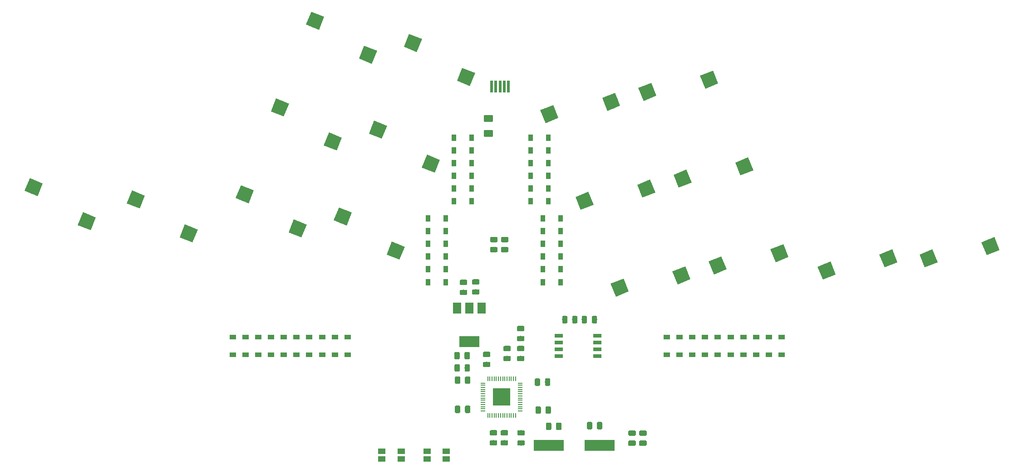
<source format=gbr>
G04 #@! TF.GenerationSoftware,KiCad,Pcbnew,(5.1.4)-1*
G04 #@! TF.CreationDate,2022-12-11T19:35:36-05:00*
G04 #@! TF.ProjectId,ThumbsUp,5468756d-6273-4557-902e-6b696361645f,rev?*
G04 #@! TF.SameCoordinates,Original*
G04 #@! TF.FileFunction,Paste,Bot*
G04 #@! TF.FilePolarity,Positive*
%FSLAX46Y46*%
G04 Gerber Fmt 4.6, Leading zero omitted, Abs format (unit mm)*
G04 Created by KiCad (PCBNEW (5.1.4)-1) date 2022-12-11 19:35:36*
%MOMM*%
%LPD*%
G04 APERTURE LIST*
%ADD10R,1.400000X1.050000*%
%ADD11R,3.200000X3.200000*%
%ADD12R,0.200000X0.850000*%
%ADD13R,0.850000X0.200000*%
%ADD14R,1.200000X0.900000*%
%ADD15R,5.600000X2.100000*%
%ADD16C,0.100000*%
%ADD17C,0.975000*%
%ADD18R,1.650000X0.650000*%
%ADD19R,1.500000X2.000000*%
%ADD20R,3.800000X2.000000*%
%ADD21C,1.250000*%
%ADD22R,0.500000X2.250000*%
%ADD23C,2.600000*%
%ADD24R,0.900000X1.200000*%
G04 APERTURE END LIST*
D10*
X124670000Y-229108000D03*
X128270000Y-229108000D03*
X124670000Y-227658000D03*
X128270000Y-227658000D03*
X133096000Y-229108000D03*
X136696000Y-229108000D03*
X133096000Y-227658000D03*
X136696000Y-227658000D03*
D11*
X147008000Y-217540000D03*
D12*
X149608000Y-214090000D03*
X149208000Y-214090000D03*
X148808000Y-214090000D03*
X148408000Y-214090000D03*
X148008000Y-214090000D03*
X147608000Y-214090000D03*
X147208000Y-214090000D03*
X146808000Y-214090000D03*
X146408000Y-214090000D03*
X146008000Y-214090000D03*
X145608000Y-214090000D03*
X145208000Y-214090000D03*
X144808000Y-214090000D03*
X144408000Y-214090000D03*
D13*
X143558000Y-214940000D03*
X143558000Y-215340000D03*
X143558000Y-215740000D03*
X143558000Y-216140000D03*
X143558000Y-216540000D03*
X143558000Y-216940000D03*
X143558000Y-217340000D03*
X143558000Y-217740000D03*
X143558000Y-218140000D03*
X143558000Y-218540000D03*
X143558000Y-218940000D03*
X143558000Y-219340000D03*
X143558000Y-219740000D03*
X143558000Y-220140000D03*
D12*
X144408000Y-220990000D03*
X144808000Y-220990000D03*
X145208000Y-220990000D03*
X145608000Y-220990000D03*
X146008000Y-220990000D03*
X146408000Y-220990000D03*
X146808000Y-220990000D03*
X147208000Y-220990000D03*
X147608000Y-220990000D03*
X148008000Y-220990000D03*
X148408000Y-220990000D03*
X148808000Y-220990000D03*
X149208000Y-220990000D03*
X149608000Y-220990000D03*
D13*
X150458000Y-220140000D03*
X150458000Y-219740000D03*
X150458000Y-219340000D03*
X150458000Y-218940000D03*
X150458000Y-218540000D03*
X150458000Y-218140000D03*
X150458000Y-217740000D03*
X150458000Y-217340000D03*
X150458000Y-216940000D03*
X150458000Y-216540000D03*
X150458000Y-216140000D03*
X150458000Y-215740000D03*
X150458000Y-215340000D03*
X150458000Y-214940000D03*
D14*
X177800000Y-206312500D03*
X177800000Y-209612500D03*
D15*
X165278000Y-226568000D03*
X155778000Y-226568000D03*
D16*
G36*
X162700642Y-202374174D02*
G01*
X162724303Y-202377684D01*
X162747507Y-202383496D01*
X162770029Y-202391554D01*
X162791653Y-202401782D01*
X162812170Y-202414079D01*
X162831383Y-202428329D01*
X162849107Y-202444393D01*
X162865171Y-202462117D01*
X162879421Y-202481330D01*
X162891718Y-202501847D01*
X162901946Y-202523471D01*
X162910004Y-202545993D01*
X162915816Y-202569197D01*
X162919326Y-202592858D01*
X162920500Y-202616750D01*
X162920500Y-203529250D01*
X162919326Y-203553142D01*
X162915816Y-203576803D01*
X162910004Y-203600007D01*
X162901946Y-203622529D01*
X162891718Y-203644153D01*
X162879421Y-203664670D01*
X162865171Y-203683883D01*
X162849107Y-203701607D01*
X162831383Y-203717671D01*
X162812170Y-203731921D01*
X162791653Y-203744218D01*
X162770029Y-203754446D01*
X162747507Y-203762504D01*
X162724303Y-203768316D01*
X162700642Y-203771826D01*
X162676750Y-203773000D01*
X162189250Y-203773000D01*
X162165358Y-203771826D01*
X162141697Y-203768316D01*
X162118493Y-203762504D01*
X162095971Y-203754446D01*
X162074347Y-203744218D01*
X162053830Y-203731921D01*
X162034617Y-203717671D01*
X162016893Y-203701607D01*
X162000829Y-203683883D01*
X161986579Y-203664670D01*
X161974282Y-203644153D01*
X161964054Y-203622529D01*
X161955996Y-203600007D01*
X161950184Y-203576803D01*
X161946674Y-203553142D01*
X161945500Y-203529250D01*
X161945500Y-202616750D01*
X161946674Y-202592858D01*
X161950184Y-202569197D01*
X161955996Y-202545993D01*
X161964054Y-202523471D01*
X161974282Y-202501847D01*
X161986579Y-202481330D01*
X162000829Y-202462117D01*
X162016893Y-202444393D01*
X162034617Y-202428329D01*
X162053830Y-202414079D01*
X162074347Y-202401782D01*
X162095971Y-202391554D01*
X162118493Y-202383496D01*
X162141697Y-202377684D01*
X162165358Y-202374174D01*
X162189250Y-202373000D01*
X162676750Y-202373000D01*
X162700642Y-202374174D01*
X162700642Y-202374174D01*
G37*
D17*
X162433000Y-203073000D03*
D16*
G36*
X164575642Y-202374174D02*
G01*
X164599303Y-202377684D01*
X164622507Y-202383496D01*
X164645029Y-202391554D01*
X164666653Y-202401782D01*
X164687170Y-202414079D01*
X164706383Y-202428329D01*
X164724107Y-202444393D01*
X164740171Y-202462117D01*
X164754421Y-202481330D01*
X164766718Y-202501847D01*
X164776946Y-202523471D01*
X164785004Y-202545993D01*
X164790816Y-202569197D01*
X164794326Y-202592858D01*
X164795500Y-202616750D01*
X164795500Y-203529250D01*
X164794326Y-203553142D01*
X164790816Y-203576803D01*
X164785004Y-203600007D01*
X164776946Y-203622529D01*
X164766718Y-203644153D01*
X164754421Y-203664670D01*
X164740171Y-203683883D01*
X164724107Y-203701607D01*
X164706383Y-203717671D01*
X164687170Y-203731921D01*
X164666653Y-203744218D01*
X164645029Y-203754446D01*
X164622507Y-203762504D01*
X164599303Y-203768316D01*
X164575642Y-203771826D01*
X164551750Y-203773000D01*
X164064250Y-203773000D01*
X164040358Y-203771826D01*
X164016697Y-203768316D01*
X163993493Y-203762504D01*
X163970971Y-203754446D01*
X163949347Y-203744218D01*
X163928830Y-203731921D01*
X163909617Y-203717671D01*
X163891893Y-203701607D01*
X163875829Y-203683883D01*
X163861579Y-203664670D01*
X163849282Y-203644153D01*
X163839054Y-203622529D01*
X163830996Y-203600007D01*
X163825184Y-203576803D01*
X163821674Y-203553142D01*
X163820500Y-203529250D01*
X163820500Y-202616750D01*
X163821674Y-202592858D01*
X163825184Y-202569197D01*
X163830996Y-202545993D01*
X163839054Y-202523471D01*
X163849282Y-202501847D01*
X163861579Y-202481330D01*
X163875829Y-202462117D01*
X163891893Y-202444393D01*
X163909617Y-202428329D01*
X163928830Y-202414079D01*
X163949347Y-202401782D01*
X163970971Y-202391554D01*
X163993493Y-202383496D01*
X164016697Y-202377684D01*
X164040358Y-202374174D01*
X164064250Y-202373000D01*
X164551750Y-202373000D01*
X164575642Y-202374174D01*
X164575642Y-202374174D01*
G37*
D17*
X164308000Y-203073000D03*
D18*
X157676000Y-206110000D03*
X157676000Y-207380000D03*
X157676000Y-208650000D03*
X157676000Y-209920000D03*
X164876000Y-209920000D03*
X164876000Y-208650000D03*
X164876000Y-207380000D03*
X164876000Y-206110000D03*
D16*
G36*
X142662142Y-195542174D02*
G01*
X142685803Y-195545684D01*
X142709007Y-195551496D01*
X142731529Y-195559554D01*
X142753153Y-195569782D01*
X142773670Y-195582079D01*
X142792883Y-195596329D01*
X142810607Y-195612393D01*
X142826671Y-195630117D01*
X142840921Y-195649330D01*
X142853218Y-195669847D01*
X142863446Y-195691471D01*
X142871504Y-195713993D01*
X142877316Y-195737197D01*
X142880826Y-195760858D01*
X142882000Y-195784750D01*
X142882000Y-196272250D01*
X142880826Y-196296142D01*
X142877316Y-196319803D01*
X142871504Y-196343007D01*
X142863446Y-196365529D01*
X142853218Y-196387153D01*
X142840921Y-196407670D01*
X142826671Y-196426883D01*
X142810607Y-196444607D01*
X142792883Y-196460671D01*
X142773670Y-196474921D01*
X142753153Y-196487218D01*
X142731529Y-196497446D01*
X142709007Y-196505504D01*
X142685803Y-196511316D01*
X142662142Y-196514826D01*
X142638250Y-196516000D01*
X141725750Y-196516000D01*
X141701858Y-196514826D01*
X141678197Y-196511316D01*
X141654993Y-196505504D01*
X141632471Y-196497446D01*
X141610847Y-196487218D01*
X141590330Y-196474921D01*
X141571117Y-196460671D01*
X141553393Y-196444607D01*
X141537329Y-196426883D01*
X141523079Y-196407670D01*
X141510782Y-196387153D01*
X141500554Y-196365529D01*
X141492496Y-196343007D01*
X141486684Y-196319803D01*
X141483174Y-196296142D01*
X141482000Y-196272250D01*
X141482000Y-195784750D01*
X141483174Y-195760858D01*
X141486684Y-195737197D01*
X141492496Y-195713993D01*
X141500554Y-195691471D01*
X141510782Y-195669847D01*
X141523079Y-195649330D01*
X141537329Y-195630117D01*
X141553393Y-195612393D01*
X141571117Y-195596329D01*
X141590330Y-195582079D01*
X141610847Y-195569782D01*
X141632471Y-195559554D01*
X141654993Y-195551496D01*
X141678197Y-195545684D01*
X141701858Y-195542174D01*
X141725750Y-195541000D01*
X142638250Y-195541000D01*
X142662142Y-195542174D01*
X142662142Y-195542174D01*
G37*
D17*
X142182000Y-196028500D03*
D16*
G36*
X142662142Y-197417174D02*
G01*
X142685803Y-197420684D01*
X142709007Y-197426496D01*
X142731529Y-197434554D01*
X142753153Y-197444782D01*
X142773670Y-197457079D01*
X142792883Y-197471329D01*
X142810607Y-197487393D01*
X142826671Y-197505117D01*
X142840921Y-197524330D01*
X142853218Y-197544847D01*
X142863446Y-197566471D01*
X142871504Y-197588993D01*
X142877316Y-197612197D01*
X142880826Y-197635858D01*
X142882000Y-197659750D01*
X142882000Y-198147250D01*
X142880826Y-198171142D01*
X142877316Y-198194803D01*
X142871504Y-198218007D01*
X142863446Y-198240529D01*
X142853218Y-198262153D01*
X142840921Y-198282670D01*
X142826671Y-198301883D01*
X142810607Y-198319607D01*
X142792883Y-198335671D01*
X142773670Y-198349921D01*
X142753153Y-198362218D01*
X142731529Y-198372446D01*
X142709007Y-198380504D01*
X142685803Y-198386316D01*
X142662142Y-198389826D01*
X142638250Y-198391000D01*
X141725750Y-198391000D01*
X141701858Y-198389826D01*
X141678197Y-198386316D01*
X141654993Y-198380504D01*
X141632471Y-198372446D01*
X141610847Y-198362218D01*
X141590330Y-198349921D01*
X141571117Y-198335671D01*
X141553393Y-198319607D01*
X141537329Y-198301883D01*
X141523079Y-198282670D01*
X141510782Y-198262153D01*
X141500554Y-198240529D01*
X141492496Y-198218007D01*
X141486684Y-198194803D01*
X141483174Y-198171142D01*
X141482000Y-198147250D01*
X141482000Y-197659750D01*
X141483174Y-197635858D01*
X141486684Y-197612197D01*
X141492496Y-197588993D01*
X141500554Y-197566471D01*
X141510782Y-197544847D01*
X141523079Y-197524330D01*
X141537329Y-197505117D01*
X141553393Y-197487393D01*
X141571117Y-197471329D01*
X141590330Y-197457079D01*
X141610847Y-197444782D01*
X141632471Y-197434554D01*
X141654993Y-197426496D01*
X141678197Y-197420684D01*
X141701858Y-197417174D01*
X141725750Y-197416000D01*
X142638250Y-197416000D01*
X142662142Y-197417174D01*
X142662142Y-197417174D01*
G37*
D17*
X142182000Y-197903500D03*
D16*
G36*
X155969642Y-219265174D02*
G01*
X155993303Y-219268684D01*
X156016507Y-219274496D01*
X156039029Y-219282554D01*
X156060653Y-219292782D01*
X156081170Y-219305079D01*
X156100383Y-219319329D01*
X156118107Y-219335393D01*
X156134171Y-219353117D01*
X156148421Y-219372330D01*
X156160718Y-219392847D01*
X156170946Y-219414471D01*
X156179004Y-219436993D01*
X156184816Y-219460197D01*
X156188326Y-219483858D01*
X156189500Y-219507750D01*
X156189500Y-220420250D01*
X156188326Y-220444142D01*
X156184816Y-220467803D01*
X156179004Y-220491007D01*
X156170946Y-220513529D01*
X156160718Y-220535153D01*
X156148421Y-220555670D01*
X156134171Y-220574883D01*
X156118107Y-220592607D01*
X156100383Y-220608671D01*
X156081170Y-220622921D01*
X156060653Y-220635218D01*
X156039029Y-220645446D01*
X156016507Y-220653504D01*
X155993303Y-220659316D01*
X155969642Y-220662826D01*
X155945750Y-220664000D01*
X155458250Y-220664000D01*
X155434358Y-220662826D01*
X155410697Y-220659316D01*
X155387493Y-220653504D01*
X155364971Y-220645446D01*
X155343347Y-220635218D01*
X155322830Y-220622921D01*
X155303617Y-220608671D01*
X155285893Y-220592607D01*
X155269829Y-220574883D01*
X155255579Y-220555670D01*
X155243282Y-220535153D01*
X155233054Y-220513529D01*
X155224996Y-220491007D01*
X155219184Y-220467803D01*
X155215674Y-220444142D01*
X155214500Y-220420250D01*
X155214500Y-219507750D01*
X155215674Y-219483858D01*
X155219184Y-219460197D01*
X155224996Y-219436993D01*
X155233054Y-219414471D01*
X155243282Y-219392847D01*
X155255579Y-219372330D01*
X155269829Y-219353117D01*
X155285893Y-219335393D01*
X155303617Y-219319329D01*
X155322830Y-219305079D01*
X155343347Y-219292782D01*
X155364971Y-219282554D01*
X155387493Y-219274496D01*
X155410697Y-219268684D01*
X155434358Y-219265174D01*
X155458250Y-219264000D01*
X155945750Y-219264000D01*
X155969642Y-219265174D01*
X155969642Y-219265174D01*
G37*
D17*
X155702000Y-219964000D03*
D16*
G36*
X154094642Y-219265174D02*
G01*
X154118303Y-219268684D01*
X154141507Y-219274496D01*
X154164029Y-219282554D01*
X154185653Y-219292782D01*
X154206170Y-219305079D01*
X154225383Y-219319329D01*
X154243107Y-219335393D01*
X154259171Y-219353117D01*
X154273421Y-219372330D01*
X154285718Y-219392847D01*
X154295946Y-219414471D01*
X154304004Y-219436993D01*
X154309816Y-219460197D01*
X154313326Y-219483858D01*
X154314500Y-219507750D01*
X154314500Y-220420250D01*
X154313326Y-220444142D01*
X154309816Y-220467803D01*
X154304004Y-220491007D01*
X154295946Y-220513529D01*
X154285718Y-220535153D01*
X154273421Y-220555670D01*
X154259171Y-220574883D01*
X154243107Y-220592607D01*
X154225383Y-220608671D01*
X154206170Y-220622921D01*
X154185653Y-220635218D01*
X154164029Y-220645446D01*
X154141507Y-220653504D01*
X154118303Y-220659316D01*
X154094642Y-220662826D01*
X154070750Y-220664000D01*
X153583250Y-220664000D01*
X153559358Y-220662826D01*
X153535697Y-220659316D01*
X153512493Y-220653504D01*
X153489971Y-220645446D01*
X153468347Y-220635218D01*
X153447830Y-220622921D01*
X153428617Y-220608671D01*
X153410893Y-220592607D01*
X153394829Y-220574883D01*
X153380579Y-220555670D01*
X153368282Y-220535153D01*
X153358054Y-220513529D01*
X153349996Y-220491007D01*
X153344184Y-220467803D01*
X153340674Y-220444142D01*
X153339500Y-220420250D01*
X153339500Y-219507750D01*
X153340674Y-219483858D01*
X153344184Y-219460197D01*
X153349996Y-219436993D01*
X153358054Y-219414471D01*
X153368282Y-219392847D01*
X153380579Y-219372330D01*
X153394829Y-219353117D01*
X153410893Y-219335393D01*
X153428617Y-219319329D01*
X153447830Y-219305079D01*
X153468347Y-219292782D01*
X153489971Y-219282554D01*
X153512493Y-219274496D01*
X153535697Y-219268684D01*
X153559358Y-219265174D01*
X153583250Y-219264000D01*
X154070750Y-219264000D01*
X154094642Y-219265174D01*
X154094642Y-219265174D01*
G37*
D17*
X153827000Y-219964000D03*
D16*
G36*
X139050642Y-219138174D02*
G01*
X139074303Y-219141684D01*
X139097507Y-219147496D01*
X139120029Y-219155554D01*
X139141653Y-219165782D01*
X139162170Y-219178079D01*
X139181383Y-219192329D01*
X139199107Y-219208393D01*
X139215171Y-219226117D01*
X139229421Y-219245330D01*
X139241718Y-219265847D01*
X139251946Y-219287471D01*
X139260004Y-219309993D01*
X139265816Y-219333197D01*
X139269326Y-219356858D01*
X139270500Y-219380750D01*
X139270500Y-220293250D01*
X139269326Y-220317142D01*
X139265816Y-220340803D01*
X139260004Y-220364007D01*
X139251946Y-220386529D01*
X139241718Y-220408153D01*
X139229421Y-220428670D01*
X139215171Y-220447883D01*
X139199107Y-220465607D01*
X139181383Y-220481671D01*
X139162170Y-220495921D01*
X139141653Y-220508218D01*
X139120029Y-220518446D01*
X139097507Y-220526504D01*
X139074303Y-220532316D01*
X139050642Y-220535826D01*
X139026750Y-220537000D01*
X138539250Y-220537000D01*
X138515358Y-220535826D01*
X138491697Y-220532316D01*
X138468493Y-220526504D01*
X138445971Y-220518446D01*
X138424347Y-220508218D01*
X138403830Y-220495921D01*
X138384617Y-220481671D01*
X138366893Y-220465607D01*
X138350829Y-220447883D01*
X138336579Y-220428670D01*
X138324282Y-220408153D01*
X138314054Y-220386529D01*
X138305996Y-220364007D01*
X138300184Y-220340803D01*
X138296674Y-220317142D01*
X138295500Y-220293250D01*
X138295500Y-219380750D01*
X138296674Y-219356858D01*
X138300184Y-219333197D01*
X138305996Y-219309993D01*
X138314054Y-219287471D01*
X138324282Y-219265847D01*
X138336579Y-219245330D01*
X138350829Y-219226117D01*
X138366893Y-219208393D01*
X138384617Y-219192329D01*
X138403830Y-219178079D01*
X138424347Y-219165782D01*
X138445971Y-219155554D01*
X138468493Y-219147496D01*
X138491697Y-219141684D01*
X138515358Y-219138174D01*
X138539250Y-219137000D01*
X139026750Y-219137000D01*
X139050642Y-219138174D01*
X139050642Y-219138174D01*
G37*
D17*
X138783000Y-219837000D03*
D16*
G36*
X140925642Y-219138174D02*
G01*
X140949303Y-219141684D01*
X140972507Y-219147496D01*
X140995029Y-219155554D01*
X141016653Y-219165782D01*
X141037170Y-219178079D01*
X141056383Y-219192329D01*
X141074107Y-219208393D01*
X141090171Y-219226117D01*
X141104421Y-219245330D01*
X141116718Y-219265847D01*
X141126946Y-219287471D01*
X141135004Y-219309993D01*
X141140816Y-219333197D01*
X141144326Y-219356858D01*
X141145500Y-219380750D01*
X141145500Y-220293250D01*
X141144326Y-220317142D01*
X141140816Y-220340803D01*
X141135004Y-220364007D01*
X141126946Y-220386529D01*
X141116718Y-220408153D01*
X141104421Y-220428670D01*
X141090171Y-220447883D01*
X141074107Y-220465607D01*
X141056383Y-220481671D01*
X141037170Y-220495921D01*
X141016653Y-220508218D01*
X140995029Y-220518446D01*
X140972507Y-220526504D01*
X140949303Y-220532316D01*
X140925642Y-220535826D01*
X140901750Y-220537000D01*
X140414250Y-220537000D01*
X140390358Y-220535826D01*
X140366697Y-220532316D01*
X140343493Y-220526504D01*
X140320971Y-220518446D01*
X140299347Y-220508218D01*
X140278830Y-220495921D01*
X140259617Y-220481671D01*
X140241893Y-220465607D01*
X140225829Y-220447883D01*
X140211579Y-220428670D01*
X140199282Y-220408153D01*
X140189054Y-220386529D01*
X140180996Y-220364007D01*
X140175184Y-220340803D01*
X140171674Y-220317142D01*
X140170500Y-220293250D01*
X140170500Y-219380750D01*
X140171674Y-219356858D01*
X140175184Y-219333197D01*
X140180996Y-219309993D01*
X140189054Y-219287471D01*
X140199282Y-219265847D01*
X140211579Y-219245330D01*
X140225829Y-219226117D01*
X140241893Y-219208393D01*
X140259617Y-219192329D01*
X140278830Y-219178079D01*
X140299347Y-219165782D01*
X140320971Y-219155554D01*
X140343493Y-219147496D01*
X140366697Y-219141684D01*
X140390358Y-219138174D01*
X140414250Y-219137000D01*
X140901750Y-219137000D01*
X140925642Y-219138174D01*
X140925642Y-219138174D01*
G37*
D17*
X140658000Y-219837000D03*
D16*
G36*
X157923142Y-222313174D02*
G01*
X157946803Y-222316684D01*
X157970007Y-222322496D01*
X157992529Y-222330554D01*
X158014153Y-222340782D01*
X158034670Y-222353079D01*
X158053883Y-222367329D01*
X158071607Y-222383393D01*
X158087671Y-222401117D01*
X158101921Y-222420330D01*
X158114218Y-222440847D01*
X158124446Y-222462471D01*
X158132504Y-222484993D01*
X158138316Y-222508197D01*
X158141826Y-222531858D01*
X158143000Y-222555750D01*
X158143000Y-223468250D01*
X158141826Y-223492142D01*
X158138316Y-223515803D01*
X158132504Y-223539007D01*
X158124446Y-223561529D01*
X158114218Y-223583153D01*
X158101921Y-223603670D01*
X158087671Y-223622883D01*
X158071607Y-223640607D01*
X158053883Y-223656671D01*
X158034670Y-223670921D01*
X158014153Y-223683218D01*
X157992529Y-223693446D01*
X157970007Y-223701504D01*
X157946803Y-223707316D01*
X157923142Y-223710826D01*
X157899250Y-223712000D01*
X157411750Y-223712000D01*
X157387858Y-223710826D01*
X157364197Y-223707316D01*
X157340993Y-223701504D01*
X157318471Y-223693446D01*
X157296847Y-223683218D01*
X157276330Y-223670921D01*
X157257117Y-223656671D01*
X157239393Y-223640607D01*
X157223329Y-223622883D01*
X157209079Y-223603670D01*
X157196782Y-223583153D01*
X157186554Y-223561529D01*
X157178496Y-223539007D01*
X157172684Y-223515803D01*
X157169174Y-223492142D01*
X157168000Y-223468250D01*
X157168000Y-222555750D01*
X157169174Y-222531858D01*
X157172684Y-222508197D01*
X157178496Y-222484993D01*
X157186554Y-222462471D01*
X157196782Y-222440847D01*
X157209079Y-222420330D01*
X157223329Y-222401117D01*
X157239393Y-222383393D01*
X157257117Y-222367329D01*
X157276330Y-222353079D01*
X157296847Y-222340782D01*
X157318471Y-222330554D01*
X157340993Y-222322496D01*
X157364197Y-222316684D01*
X157387858Y-222313174D01*
X157411750Y-222312000D01*
X157899250Y-222312000D01*
X157923142Y-222313174D01*
X157923142Y-222313174D01*
G37*
D17*
X157655500Y-223012000D03*
D16*
G36*
X156048142Y-222313174D02*
G01*
X156071803Y-222316684D01*
X156095007Y-222322496D01*
X156117529Y-222330554D01*
X156139153Y-222340782D01*
X156159670Y-222353079D01*
X156178883Y-222367329D01*
X156196607Y-222383393D01*
X156212671Y-222401117D01*
X156226921Y-222420330D01*
X156239218Y-222440847D01*
X156249446Y-222462471D01*
X156257504Y-222484993D01*
X156263316Y-222508197D01*
X156266826Y-222531858D01*
X156268000Y-222555750D01*
X156268000Y-223468250D01*
X156266826Y-223492142D01*
X156263316Y-223515803D01*
X156257504Y-223539007D01*
X156249446Y-223561529D01*
X156239218Y-223583153D01*
X156226921Y-223603670D01*
X156212671Y-223622883D01*
X156196607Y-223640607D01*
X156178883Y-223656671D01*
X156159670Y-223670921D01*
X156139153Y-223683218D01*
X156117529Y-223693446D01*
X156095007Y-223701504D01*
X156071803Y-223707316D01*
X156048142Y-223710826D01*
X156024250Y-223712000D01*
X155536750Y-223712000D01*
X155512858Y-223710826D01*
X155489197Y-223707316D01*
X155465993Y-223701504D01*
X155443471Y-223693446D01*
X155421847Y-223683218D01*
X155401330Y-223670921D01*
X155382117Y-223656671D01*
X155364393Y-223640607D01*
X155348329Y-223622883D01*
X155334079Y-223603670D01*
X155321782Y-223583153D01*
X155311554Y-223561529D01*
X155303496Y-223539007D01*
X155297684Y-223515803D01*
X155294174Y-223492142D01*
X155293000Y-223468250D01*
X155293000Y-222555750D01*
X155294174Y-222531858D01*
X155297684Y-222508197D01*
X155303496Y-222484993D01*
X155311554Y-222462471D01*
X155321782Y-222440847D01*
X155334079Y-222420330D01*
X155348329Y-222401117D01*
X155364393Y-222383393D01*
X155382117Y-222367329D01*
X155401330Y-222353079D01*
X155421847Y-222340782D01*
X155443471Y-222330554D01*
X155465993Y-222322496D01*
X155489197Y-222316684D01*
X155512858Y-222313174D01*
X155536750Y-222312000D01*
X156024250Y-222312000D01*
X156048142Y-222313174D01*
X156048142Y-222313174D01*
G37*
D17*
X155780500Y-223012000D03*
D16*
G36*
X163668142Y-222186174D02*
G01*
X163691803Y-222189684D01*
X163715007Y-222195496D01*
X163737529Y-222203554D01*
X163759153Y-222213782D01*
X163779670Y-222226079D01*
X163798883Y-222240329D01*
X163816607Y-222256393D01*
X163832671Y-222274117D01*
X163846921Y-222293330D01*
X163859218Y-222313847D01*
X163869446Y-222335471D01*
X163877504Y-222357993D01*
X163883316Y-222381197D01*
X163886826Y-222404858D01*
X163888000Y-222428750D01*
X163888000Y-223341250D01*
X163886826Y-223365142D01*
X163883316Y-223388803D01*
X163877504Y-223412007D01*
X163869446Y-223434529D01*
X163859218Y-223456153D01*
X163846921Y-223476670D01*
X163832671Y-223495883D01*
X163816607Y-223513607D01*
X163798883Y-223529671D01*
X163779670Y-223543921D01*
X163759153Y-223556218D01*
X163737529Y-223566446D01*
X163715007Y-223574504D01*
X163691803Y-223580316D01*
X163668142Y-223583826D01*
X163644250Y-223585000D01*
X163156750Y-223585000D01*
X163132858Y-223583826D01*
X163109197Y-223580316D01*
X163085993Y-223574504D01*
X163063471Y-223566446D01*
X163041847Y-223556218D01*
X163021330Y-223543921D01*
X163002117Y-223529671D01*
X162984393Y-223513607D01*
X162968329Y-223495883D01*
X162954079Y-223476670D01*
X162941782Y-223456153D01*
X162931554Y-223434529D01*
X162923496Y-223412007D01*
X162917684Y-223388803D01*
X162914174Y-223365142D01*
X162913000Y-223341250D01*
X162913000Y-222428750D01*
X162914174Y-222404858D01*
X162917684Y-222381197D01*
X162923496Y-222357993D01*
X162931554Y-222335471D01*
X162941782Y-222313847D01*
X162954079Y-222293330D01*
X162968329Y-222274117D01*
X162984393Y-222256393D01*
X163002117Y-222240329D01*
X163021330Y-222226079D01*
X163041847Y-222213782D01*
X163063471Y-222203554D01*
X163085993Y-222195496D01*
X163109197Y-222189684D01*
X163132858Y-222186174D01*
X163156750Y-222185000D01*
X163644250Y-222185000D01*
X163668142Y-222186174D01*
X163668142Y-222186174D01*
G37*
D17*
X163400500Y-222885000D03*
D16*
G36*
X165543142Y-222186174D02*
G01*
X165566803Y-222189684D01*
X165590007Y-222195496D01*
X165612529Y-222203554D01*
X165634153Y-222213782D01*
X165654670Y-222226079D01*
X165673883Y-222240329D01*
X165691607Y-222256393D01*
X165707671Y-222274117D01*
X165721921Y-222293330D01*
X165734218Y-222313847D01*
X165744446Y-222335471D01*
X165752504Y-222357993D01*
X165758316Y-222381197D01*
X165761826Y-222404858D01*
X165763000Y-222428750D01*
X165763000Y-223341250D01*
X165761826Y-223365142D01*
X165758316Y-223388803D01*
X165752504Y-223412007D01*
X165744446Y-223434529D01*
X165734218Y-223456153D01*
X165721921Y-223476670D01*
X165707671Y-223495883D01*
X165691607Y-223513607D01*
X165673883Y-223529671D01*
X165654670Y-223543921D01*
X165634153Y-223556218D01*
X165612529Y-223566446D01*
X165590007Y-223574504D01*
X165566803Y-223580316D01*
X165543142Y-223583826D01*
X165519250Y-223585000D01*
X165031750Y-223585000D01*
X165007858Y-223583826D01*
X164984197Y-223580316D01*
X164960993Y-223574504D01*
X164938471Y-223566446D01*
X164916847Y-223556218D01*
X164896330Y-223543921D01*
X164877117Y-223529671D01*
X164859393Y-223513607D01*
X164843329Y-223495883D01*
X164829079Y-223476670D01*
X164816782Y-223456153D01*
X164806554Y-223434529D01*
X164798496Y-223412007D01*
X164792684Y-223388803D01*
X164789174Y-223365142D01*
X164788000Y-223341250D01*
X164788000Y-222428750D01*
X164789174Y-222404858D01*
X164792684Y-222381197D01*
X164798496Y-222357993D01*
X164806554Y-222335471D01*
X164816782Y-222313847D01*
X164829079Y-222293330D01*
X164843329Y-222274117D01*
X164859393Y-222256393D01*
X164877117Y-222240329D01*
X164896330Y-222226079D01*
X164916847Y-222213782D01*
X164938471Y-222203554D01*
X164960993Y-222195496D01*
X164984197Y-222189684D01*
X165007858Y-222186174D01*
X165031750Y-222185000D01*
X165519250Y-222185000D01*
X165543142Y-222186174D01*
X165543142Y-222186174D01*
G37*
D17*
X165275500Y-222885000D03*
D16*
G36*
X138972142Y-211391174D02*
G01*
X138995803Y-211394684D01*
X139019007Y-211400496D01*
X139041529Y-211408554D01*
X139063153Y-211418782D01*
X139083670Y-211431079D01*
X139102883Y-211445329D01*
X139120607Y-211461393D01*
X139136671Y-211479117D01*
X139150921Y-211498330D01*
X139163218Y-211518847D01*
X139173446Y-211540471D01*
X139181504Y-211562993D01*
X139187316Y-211586197D01*
X139190826Y-211609858D01*
X139192000Y-211633750D01*
X139192000Y-212546250D01*
X139190826Y-212570142D01*
X139187316Y-212593803D01*
X139181504Y-212617007D01*
X139173446Y-212639529D01*
X139163218Y-212661153D01*
X139150921Y-212681670D01*
X139136671Y-212700883D01*
X139120607Y-212718607D01*
X139102883Y-212734671D01*
X139083670Y-212748921D01*
X139063153Y-212761218D01*
X139041529Y-212771446D01*
X139019007Y-212779504D01*
X138995803Y-212785316D01*
X138972142Y-212788826D01*
X138948250Y-212790000D01*
X138460750Y-212790000D01*
X138436858Y-212788826D01*
X138413197Y-212785316D01*
X138389993Y-212779504D01*
X138367471Y-212771446D01*
X138345847Y-212761218D01*
X138325330Y-212748921D01*
X138306117Y-212734671D01*
X138288393Y-212718607D01*
X138272329Y-212700883D01*
X138258079Y-212681670D01*
X138245782Y-212661153D01*
X138235554Y-212639529D01*
X138227496Y-212617007D01*
X138221684Y-212593803D01*
X138218174Y-212570142D01*
X138217000Y-212546250D01*
X138217000Y-211633750D01*
X138218174Y-211609858D01*
X138221684Y-211586197D01*
X138227496Y-211562993D01*
X138235554Y-211540471D01*
X138245782Y-211518847D01*
X138258079Y-211498330D01*
X138272329Y-211479117D01*
X138288393Y-211461393D01*
X138306117Y-211445329D01*
X138325330Y-211431079D01*
X138345847Y-211418782D01*
X138367471Y-211408554D01*
X138389993Y-211400496D01*
X138413197Y-211394684D01*
X138436858Y-211391174D01*
X138460750Y-211390000D01*
X138948250Y-211390000D01*
X138972142Y-211391174D01*
X138972142Y-211391174D01*
G37*
D17*
X138704500Y-212090000D03*
D16*
G36*
X140847142Y-211391174D02*
G01*
X140870803Y-211394684D01*
X140894007Y-211400496D01*
X140916529Y-211408554D01*
X140938153Y-211418782D01*
X140958670Y-211431079D01*
X140977883Y-211445329D01*
X140995607Y-211461393D01*
X141011671Y-211479117D01*
X141025921Y-211498330D01*
X141038218Y-211518847D01*
X141048446Y-211540471D01*
X141056504Y-211562993D01*
X141062316Y-211586197D01*
X141065826Y-211609858D01*
X141067000Y-211633750D01*
X141067000Y-212546250D01*
X141065826Y-212570142D01*
X141062316Y-212593803D01*
X141056504Y-212617007D01*
X141048446Y-212639529D01*
X141038218Y-212661153D01*
X141025921Y-212681670D01*
X141011671Y-212700883D01*
X140995607Y-212718607D01*
X140977883Y-212734671D01*
X140958670Y-212748921D01*
X140938153Y-212761218D01*
X140916529Y-212771446D01*
X140894007Y-212779504D01*
X140870803Y-212785316D01*
X140847142Y-212788826D01*
X140823250Y-212790000D01*
X140335750Y-212790000D01*
X140311858Y-212788826D01*
X140288197Y-212785316D01*
X140264993Y-212779504D01*
X140242471Y-212771446D01*
X140220847Y-212761218D01*
X140200330Y-212748921D01*
X140181117Y-212734671D01*
X140163393Y-212718607D01*
X140147329Y-212700883D01*
X140133079Y-212681670D01*
X140120782Y-212661153D01*
X140110554Y-212639529D01*
X140102496Y-212617007D01*
X140096684Y-212593803D01*
X140093174Y-212570142D01*
X140092000Y-212546250D01*
X140092000Y-211633750D01*
X140093174Y-211609858D01*
X140096684Y-211586197D01*
X140102496Y-211562993D01*
X140110554Y-211540471D01*
X140120782Y-211518847D01*
X140133079Y-211498330D01*
X140147329Y-211479117D01*
X140163393Y-211461393D01*
X140181117Y-211445329D01*
X140200330Y-211431079D01*
X140220847Y-211418782D01*
X140242471Y-211408554D01*
X140264993Y-211400496D01*
X140288197Y-211394684D01*
X140311858Y-211391174D01*
X140335750Y-211390000D01*
X140823250Y-211390000D01*
X140847142Y-211391174D01*
X140847142Y-211391174D01*
G37*
D17*
X140579500Y-212090000D03*
D16*
G36*
X148504142Y-207988174D02*
G01*
X148527803Y-207991684D01*
X148551007Y-207997496D01*
X148573529Y-208005554D01*
X148595153Y-208015782D01*
X148615670Y-208028079D01*
X148634883Y-208042329D01*
X148652607Y-208058393D01*
X148668671Y-208076117D01*
X148682921Y-208095330D01*
X148695218Y-208115847D01*
X148705446Y-208137471D01*
X148713504Y-208159993D01*
X148719316Y-208183197D01*
X148722826Y-208206858D01*
X148724000Y-208230750D01*
X148724000Y-208718250D01*
X148722826Y-208742142D01*
X148719316Y-208765803D01*
X148713504Y-208789007D01*
X148705446Y-208811529D01*
X148695218Y-208833153D01*
X148682921Y-208853670D01*
X148668671Y-208872883D01*
X148652607Y-208890607D01*
X148634883Y-208906671D01*
X148615670Y-208920921D01*
X148595153Y-208933218D01*
X148573529Y-208943446D01*
X148551007Y-208951504D01*
X148527803Y-208957316D01*
X148504142Y-208960826D01*
X148480250Y-208962000D01*
X147567750Y-208962000D01*
X147543858Y-208960826D01*
X147520197Y-208957316D01*
X147496993Y-208951504D01*
X147474471Y-208943446D01*
X147452847Y-208933218D01*
X147432330Y-208920921D01*
X147413117Y-208906671D01*
X147395393Y-208890607D01*
X147379329Y-208872883D01*
X147365079Y-208853670D01*
X147352782Y-208833153D01*
X147342554Y-208811529D01*
X147334496Y-208789007D01*
X147328684Y-208765803D01*
X147325174Y-208742142D01*
X147324000Y-208718250D01*
X147324000Y-208230750D01*
X147325174Y-208206858D01*
X147328684Y-208183197D01*
X147334496Y-208159993D01*
X147342554Y-208137471D01*
X147352782Y-208115847D01*
X147365079Y-208095330D01*
X147379329Y-208076117D01*
X147395393Y-208058393D01*
X147413117Y-208042329D01*
X147432330Y-208028079D01*
X147452847Y-208015782D01*
X147474471Y-208005554D01*
X147496993Y-207997496D01*
X147520197Y-207991684D01*
X147543858Y-207988174D01*
X147567750Y-207987000D01*
X148480250Y-207987000D01*
X148504142Y-207988174D01*
X148504142Y-207988174D01*
G37*
D17*
X148024000Y-208474500D03*
D16*
G36*
X148504142Y-209863174D02*
G01*
X148527803Y-209866684D01*
X148551007Y-209872496D01*
X148573529Y-209880554D01*
X148595153Y-209890782D01*
X148615670Y-209903079D01*
X148634883Y-209917329D01*
X148652607Y-209933393D01*
X148668671Y-209951117D01*
X148682921Y-209970330D01*
X148695218Y-209990847D01*
X148705446Y-210012471D01*
X148713504Y-210034993D01*
X148719316Y-210058197D01*
X148722826Y-210081858D01*
X148724000Y-210105750D01*
X148724000Y-210593250D01*
X148722826Y-210617142D01*
X148719316Y-210640803D01*
X148713504Y-210664007D01*
X148705446Y-210686529D01*
X148695218Y-210708153D01*
X148682921Y-210728670D01*
X148668671Y-210747883D01*
X148652607Y-210765607D01*
X148634883Y-210781671D01*
X148615670Y-210795921D01*
X148595153Y-210808218D01*
X148573529Y-210818446D01*
X148551007Y-210826504D01*
X148527803Y-210832316D01*
X148504142Y-210835826D01*
X148480250Y-210837000D01*
X147567750Y-210837000D01*
X147543858Y-210835826D01*
X147520197Y-210832316D01*
X147496993Y-210826504D01*
X147474471Y-210818446D01*
X147452847Y-210808218D01*
X147432330Y-210795921D01*
X147413117Y-210781671D01*
X147395393Y-210765607D01*
X147379329Y-210747883D01*
X147365079Y-210728670D01*
X147352782Y-210708153D01*
X147342554Y-210686529D01*
X147334496Y-210664007D01*
X147328684Y-210640803D01*
X147325174Y-210617142D01*
X147324000Y-210593250D01*
X147324000Y-210105750D01*
X147325174Y-210081858D01*
X147328684Y-210058197D01*
X147334496Y-210034993D01*
X147342554Y-210012471D01*
X147352782Y-209990847D01*
X147365079Y-209970330D01*
X147379329Y-209951117D01*
X147395393Y-209933393D01*
X147413117Y-209917329D01*
X147432330Y-209903079D01*
X147452847Y-209890782D01*
X147474471Y-209880554D01*
X147496993Y-209872496D01*
X147520197Y-209866684D01*
X147543858Y-209863174D01*
X147567750Y-209862000D01*
X148480250Y-209862000D01*
X148504142Y-209863174D01*
X148504142Y-209863174D01*
G37*
D17*
X148024000Y-210349500D03*
D16*
G36*
X138951642Y-209105174D02*
G01*
X138975303Y-209108684D01*
X138998507Y-209114496D01*
X139021029Y-209122554D01*
X139042653Y-209132782D01*
X139063170Y-209145079D01*
X139082383Y-209159329D01*
X139100107Y-209175393D01*
X139116171Y-209193117D01*
X139130421Y-209212330D01*
X139142718Y-209232847D01*
X139152946Y-209254471D01*
X139161004Y-209276993D01*
X139166816Y-209300197D01*
X139170326Y-209323858D01*
X139171500Y-209347750D01*
X139171500Y-210260250D01*
X139170326Y-210284142D01*
X139166816Y-210307803D01*
X139161004Y-210331007D01*
X139152946Y-210353529D01*
X139142718Y-210375153D01*
X139130421Y-210395670D01*
X139116171Y-210414883D01*
X139100107Y-210432607D01*
X139082383Y-210448671D01*
X139063170Y-210462921D01*
X139042653Y-210475218D01*
X139021029Y-210485446D01*
X138998507Y-210493504D01*
X138975303Y-210499316D01*
X138951642Y-210502826D01*
X138927750Y-210504000D01*
X138440250Y-210504000D01*
X138416358Y-210502826D01*
X138392697Y-210499316D01*
X138369493Y-210493504D01*
X138346971Y-210485446D01*
X138325347Y-210475218D01*
X138304830Y-210462921D01*
X138285617Y-210448671D01*
X138267893Y-210432607D01*
X138251829Y-210414883D01*
X138237579Y-210395670D01*
X138225282Y-210375153D01*
X138215054Y-210353529D01*
X138206996Y-210331007D01*
X138201184Y-210307803D01*
X138197674Y-210284142D01*
X138196500Y-210260250D01*
X138196500Y-209347750D01*
X138197674Y-209323858D01*
X138201184Y-209300197D01*
X138206996Y-209276993D01*
X138215054Y-209254471D01*
X138225282Y-209232847D01*
X138237579Y-209212330D01*
X138251829Y-209193117D01*
X138267893Y-209175393D01*
X138285617Y-209159329D01*
X138304830Y-209145079D01*
X138325347Y-209132782D01*
X138346971Y-209122554D01*
X138369493Y-209114496D01*
X138392697Y-209108684D01*
X138416358Y-209105174D01*
X138440250Y-209104000D01*
X138927750Y-209104000D01*
X138951642Y-209105174D01*
X138951642Y-209105174D01*
G37*
D17*
X138684000Y-209804000D03*
D16*
G36*
X140826642Y-209105174D02*
G01*
X140850303Y-209108684D01*
X140873507Y-209114496D01*
X140896029Y-209122554D01*
X140917653Y-209132782D01*
X140938170Y-209145079D01*
X140957383Y-209159329D01*
X140975107Y-209175393D01*
X140991171Y-209193117D01*
X141005421Y-209212330D01*
X141017718Y-209232847D01*
X141027946Y-209254471D01*
X141036004Y-209276993D01*
X141041816Y-209300197D01*
X141045326Y-209323858D01*
X141046500Y-209347750D01*
X141046500Y-210260250D01*
X141045326Y-210284142D01*
X141041816Y-210307803D01*
X141036004Y-210331007D01*
X141027946Y-210353529D01*
X141017718Y-210375153D01*
X141005421Y-210395670D01*
X140991171Y-210414883D01*
X140975107Y-210432607D01*
X140957383Y-210448671D01*
X140938170Y-210462921D01*
X140917653Y-210475218D01*
X140896029Y-210485446D01*
X140873507Y-210493504D01*
X140850303Y-210499316D01*
X140826642Y-210502826D01*
X140802750Y-210504000D01*
X140315250Y-210504000D01*
X140291358Y-210502826D01*
X140267697Y-210499316D01*
X140244493Y-210493504D01*
X140221971Y-210485446D01*
X140200347Y-210475218D01*
X140179830Y-210462921D01*
X140160617Y-210448671D01*
X140142893Y-210432607D01*
X140126829Y-210414883D01*
X140112579Y-210395670D01*
X140100282Y-210375153D01*
X140090054Y-210353529D01*
X140081996Y-210331007D01*
X140076184Y-210307803D01*
X140072674Y-210284142D01*
X140071500Y-210260250D01*
X140071500Y-209347750D01*
X140072674Y-209323858D01*
X140076184Y-209300197D01*
X140081996Y-209276993D01*
X140090054Y-209254471D01*
X140100282Y-209232847D01*
X140112579Y-209212330D01*
X140126829Y-209193117D01*
X140142893Y-209175393D01*
X140160617Y-209159329D01*
X140179830Y-209145079D01*
X140200347Y-209132782D01*
X140221971Y-209122554D01*
X140244493Y-209114496D01*
X140267697Y-209108684D01*
X140291358Y-209105174D01*
X140315250Y-209104000D01*
X140802750Y-209104000D01*
X140826642Y-209105174D01*
X140826642Y-209105174D01*
G37*
D17*
X140559000Y-209804000D03*
D19*
X138690000Y-200910000D03*
X143290000Y-200910000D03*
X140990000Y-200910000D03*
D20*
X140990000Y-207210000D03*
D16*
G36*
X159047642Y-202374174D02*
G01*
X159071303Y-202377684D01*
X159094507Y-202383496D01*
X159117029Y-202391554D01*
X159138653Y-202401782D01*
X159159170Y-202414079D01*
X159178383Y-202428329D01*
X159196107Y-202444393D01*
X159212171Y-202462117D01*
X159226421Y-202481330D01*
X159238718Y-202501847D01*
X159248946Y-202523471D01*
X159257004Y-202545993D01*
X159262816Y-202569197D01*
X159266326Y-202592858D01*
X159267500Y-202616750D01*
X159267500Y-203529250D01*
X159266326Y-203553142D01*
X159262816Y-203576803D01*
X159257004Y-203600007D01*
X159248946Y-203622529D01*
X159238718Y-203644153D01*
X159226421Y-203664670D01*
X159212171Y-203683883D01*
X159196107Y-203701607D01*
X159178383Y-203717671D01*
X159159170Y-203731921D01*
X159138653Y-203744218D01*
X159117029Y-203754446D01*
X159094507Y-203762504D01*
X159071303Y-203768316D01*
X159047642Y-203771826D01*
X159023750Y-203773000D01*
X158536250Y-203773000D01*
X158512358Y-203771826D01*
X158488697Y-203768316D01*
X158465493Y-203762504D01*
X158442971Y-203754446D01*
X158421347Y-203744218D01*
X158400830Y-203731921D01*
X158381617Y-203717671D01*
X158363893Y-203701607D01*
X158347829Y-203683883D01*
X158333579Y-203664670D01*
X158321282Y-203644153D01*
X158311054Y-203622529D01*
X158302996Y-203600007D01*
X158297184Y-203576803D01*
X158293674Y-203553142D01*
X158292500Y-203529250D01*
X158292500Y-202616750D01*
X158293674Y-202592858D01*
X158297184Y-202569197D01*
X158302996Y-202545993D01*
X158311054Y-202523471D01*
X158321282Y-202501847D01*
X158333579Y-202481330D01*
X158347829Y-202462117D01*
X158363893Y-202444393D01*
X158381617Y-202428329D01*
X158400830Y-202414079D01*
X158421347Y-202401782D01*
X158442971Y-202391554D01*
X158465493Y-202383496D01*
X158488697Y-202377684D01*
X158512358Y-202374174D01*
X158536250Y-202373000D01*
X159023750Y-202373000D01*
X159047642Y-202374174D01*
X159047642Y-202374174D01*
G37*
D17*
X158780000Y-203073000D03*
D16*
G36*
X160922642Y-202374174D02*
G01*
X160946303Y-202377684D01*
X160969507Y-202383496D01*
X160992029Y-202391554D01*
X161013653Y-202401782D01*
X161034170Y-202414079D01*
X161053383Y-202428329D01*
X161071107Y-202444393D01*
X161087171Y-202462117D01*
X161101421Y-202481330D01*
X161113718Y-202501847D01*
X161123946Y-202523471D01*
X161132004Y-202545993D01*
X161137816Y-202569197D01*
X161141326Y-202592858D01*
X161142500Y-202616750D01*
X161142500Y-203529250D01*
X161141326Y-203553142D01*
X161137816Y-203576803D01*
X161132004Y-203600007D01*
X161123946Y-203622529D01*
X161113718Y-203644153D01*
X161101421Y-203664670D01*
X161087171Y-203683883D01*
X161071107Y-203701607D01*
X161053383Y-203717671D01*
X161034170Y-203731921D01*
X161013653Y-203744218D01*
X160992029Y-203754446D01*
X160969507Y-203762504D01*
X160946303Y-203768316D01*
X160922642Y-203771826D01*
X160898750Y-203773000D01*
X160411250Y-203773000D01*
X160387358Y-203771826D01*
X160363697Y-203768316D01*
X160340493Y-203762504D01*
X160317971Y-203754446D01*
X160296347Y-203744218D01*
X160275830Y-203731921D01*
X160256617Y-203717671D01*
X160238893Y-203701607D01*
X160222829Y-203683883D01*
X160208579Y-203664670D01*
X160196282Y-203644153D01*
X160186054Y-203622529D01*
X160177996Y-203600007D01*
X160172184Y-203576803D01*
X160168674Y-203553142D01*
X160167500Y-203529250D01*
X160167500Y-202616750D01*
X160168674Y-202592858D01*
X160172184Y-202569197D01*
X160177996Y-202545993D01*
X160186054Y-202523471D01*
X160196282Y-202501847D01*
X160208579Y-202481330D01*
X160222829Y-202462117D01*
X160238893Y-202444393D01*
X160256617Y-202428329D01*
X160275830Y-202414079D01*
X160296347Y-202401782D01*
X160317971Y-202391554D01*
X160340493Y-202383496D01*
X160363697Y-202377684D01*
X160387358Y-202374174D01*
X160411250Y-202373000D01*
X160898750Y-202373000D01*
X160922642Y-202374174D01*
X160922642Y-202374174D01*
G37*
D17*
X160655000Y-203073000D03*
D16*
G36*
X151102142Y-225622174D02*
G01*
X151125803Y-225625684D01*
X151149007Y-225631496D01*
X151171529Y-225639554D01*
X151193153Y-225649782D01*
X151213670Y-225662079D01*
X151232883Y-225676329D01*
X151250607Y-225692393D01*
X151266671Y-225710117D01*
X151280921Y-225729330D01*
X151293218Y-225749847D01*
X151303446Y-225771471D01*
X151311504Y-225793993D01*
X151317316Y-225817197D01*
X151320826Y-225840858D01*
X151322000Y-225864750D01*
X151322000Y-226352250D01*
X151320826Y-226376142D01*
X151317316Y-226399803D01*
X151311504Y-226423007D01*
X151303446Y-226445529D01*
X151293218Y-226467153D01*
X151280921Y-226487670D01*
X151266671Y-226506883D01*
X151250607Y-226524607D01*
X151232883Y-226540671D01*
X151213670Y-226554921D01*
X151193153Y-226567218D01*
X151171529Y-226577446D01*
X151149007Y-226585504D01*
X151125803Y-226591316D01*
X151102142Y-226594826D01*
X151078250Y-226596000D01*
X150165750Y-226596000D01*
X150141858Y-226594826D01*
X150118197Y-226591316D01*
X150094993Y-226585504D01*
X150072471Y-226577446D01*
X150050847Y-226567218D01*
X150030330Y-226554921D01*
X150011117Y-226540671D01*
X149993393Y-226524607D01*
X149977329Y-226506883D01*
X149963079Y-226487670D01*
X149950782Y-226467153D01*
X149940554Y-226445529D01*
X149932496Y-226423007D01*
X149926684Y-226399803D01*
X149923174Y-226376142D01*
X149922000Y-226352250D01*
X149922000Y-225864750D01*
X149923174Y-225840858D01*
X149926684Y-225817197D01*
X149932496Y-225793993D01*
X149940554Y-225771471D01*
X149950782Y-225749847D01*
X149963079Y-225729330D01*
X149977329Y-225710117D01*
X149993393Y-225692393D01*
X150011117Y-225676329D01*
X150030330Y-225662079D01*
X150050847Y-225649782D01*
X150072471Y-225639554D01*
X150094993Y-225631496D01*
X150118197Y-225625684D01*
X150141858Y-225622174D01*
X150165750Y-225621000D01*
X151078250Y-225621000D01*
X151102142Y-225622174D01*
X151102142Y-225622174D01*
G37*
D17*
X150622000Y-226108500D03*
D16*
G36*
X151102142Y-223747174D02*
G01*
X151125803Y-223750684D01*
X151149007Y-223756496D01*
X151171529Y-223764554D01*
X151193153Y-223774782D01*
X151213670Y-223787079D01*
X151232883Y-223801329D01*
X151250607Y-223817393D01*
X151266671Y-223835117D01*
X151280921Y-223854330D01*
X151293218Y-223874847D01*
X151303446Y-223896471D01*
X151311504Y-223918993D01*
X151317316Y-223942197D01*
X151320826Y-223965858D01*
X151322000Y-223989750D01*
X151322000Y-224477250D01*
X151320826Y-224501142D01*
X151317316Y-224524803D01*
X151311504Y-224548007D01*
X151303446Y-224570529D01*
X151293218Y-224592153D01*
X151280921Y-224612670D01*
X151266671Y-224631883D01*
X151250607Y-224649607D01*
X151232883Y-224665671D01*
X151213670Y-224679921D01*
X151193153Y-224692218D01*
X151171529Y-224702446D01*
X151149007Y-224710504D01*
X151125803Y-224716316D01*
X151102142Y-224719826D01*
X151078250Y-224721000D01*
X150165750Y-224721000D01*
X150141858Y-224719826D01*
X150118197Y-224716316D01*
X150094993Y-224710504D01*
X150072471Y-224702446D01*
X150050847Y-224692218D01*
X150030330Y-224679921D01*
X150011117Y-224665671D01*
X149993393Y-224649607D01*
X149977329Y-224631883D01*
X149963079Y-224612670D01*
X149950782Y-224592153D01*
X149940554Y-224570529D01*
X149932496Y-224548007D01*
X149926684Y-224524803D01*
X149923174Y-224501142D01*
X149922000Y-224477250D01*
X149922000Y-223989750D01*
X149923174Y-223965858D01*
X149926684Y-223942197D01*
X149932496Y-223918993D01*
X149940554Y-223896471D01*
X149950782Y-223874847D01*
X149963079Y-223854330D01*
X149977329Y-223835117D01*
X149993393Y-223817393D01*
X150011117Y-223801329D01*
X150030330Y-223787079D01*
X150050847Y-223774782D01*
X150072471Y-223764554D01*
X150094993Y-223756496D01*
X150118197Y-223750684D01*
X150141858Y-223747174D01*
X150165750Y-223746000D01*
X151078250Y-223746000D01*
X151102142Y-223747174D01*
X151102142Y-223747174D01*
G37*
D17*
X150622000Y-224233500D03*
D16*
G36*
X173835142Y-223795674D02*
G01*
X173858803Y-223799184D01*
X173882007Y-223804996D01*
X173904529Y-223813054D01*
X173926153Y-223823282D01*
X173946670Y-223835579D01*
X173965883Y-223849829D01*
X173983607Y-223865893D01*
X173999671Y-223883617D01*
X174013921Y-223902830D01*
X174026218Y-223923347D01*
X174036446Y-223944971D01*
X174044504Y-223967493D01*
X174050316Y-223990697D01*
X174053826Y-224014358D01*
X174055000Y-224038250D01*
X174055000Y-224525750D01*
X174053826Y-224549642D01*
X174050316Y-224573303D01*
X174044504Y-224596507D01*
X174036446Y-224619029D01*
X174026218Y-224640653D01*
X174013921Y-224661170D01*
X173999671Y-224680383D01*
X173983607Y-224698107D01*
X173965883Y-224714171D01*
X173946670Y-224728421D01*
X173926153Y-224740718D01*
X173904529Y-224750946D01*
X173882007Y-224759004D01*
X173858803Y-224764816D01*
X173835142Y-224768326D01*
X173811250Y-224769500D01*
X172898750Y-224769500D01*
X172874858Y-224768326D01*
X172851197Y-224764816D01*
X172827993Y-224759004D01*
X172805471Y-224750946D01*
X172783847Y-224740718D01*
X172763330Y-224728421D01*
X172744117Y-224714171D01*
X172726393Y-224698107D01*
X172710329Y-224680383D01*
X172696079Y-224661170D01*
X172683782Y-224640653D01*
X172673554Y-224619029D01*
X172665496Y-224596507D01*
X172659684Y-224573303D01*
X172656174Y-224549642D01*
X172655000Y-224525750D01*
X172655000Y-224038250D01*
X172656174Y-224014358D01*
X172659684Y-223990697D01*
X172665496Y-223967493D01*
X172673554Y-223944971D01*
X172683782Y-223923347D01*
X172696079Y-223902830D01*
X172710329Y-223883617D01*
X172726393Y-223865893D01*
X172744117Y-223849829D01*
X172763330Y-223835579D01*
X172783847Y-223823282D01*
X172805471Y-223813054D01*
X172827993Y-223804996D01*
X172851197Y-223799184D01*
X172874858Y-223795674D01*
X172898750Y-223794500D01*
X173811250Y-223794500D01*
X173835142Y-223795674D01*
X173835142Y-223795674D01*
G37*
D17*
X173355000Y-224282000D03*
D16*
G36*
X173835142Y-225670674D02*
G01*
X173858803Y-225674184D01*
X173882007Y-225679996D01*
X173904529Y-225688054D01*
X173926153Y-225698282D01*
X173946670Y-225710579D01*
X173965883Y-225724829D01*
X173983607Y-225740893D01*
X173999671Y-225758617D01*
X174013921Y-225777830D01*
X174026218Y-225798347D01*
X174036446Y-225819971D01*
X174044504Y-225842493D01*
X174050316Y-225865697D01*
X174053826Y-225889358D01*
X174055000Y-225913250D01*
X174055000Y-226400750D01*
X174053826Y-226424642D01*
X174050316Y-226448303D01*
X174044504Y-226471507D01*
X174036446Y-226494029D01*
X174026218Y-226515653D01*
X174013921Y-226536170D01*
X173999671Y-226555383D01*
X173983607Y-226573107D01*
X173965883Y-226589171D01*
X173946670Y-226603421D01*
X173926153Y-226615718D01*
X173904529Y-226625946D01*
X173882007Y-226634004D01*
X173858803Y-226639816D01*
X173835142Y-226643326D01*
X173811250Y-226644500D01*
X172898750Y-226644500D01*
X172874858Y-226643326D01*
X172851197Y-226639816D01*
X172827993Y-226634004D01*
X172805471Y-226625946D01*
X172783847Y-226615718D01*
X172763330Y-226603421D01*
X172744117Y-226589171D01*
X172726393Y-226573107D01*
X172710329Y-226555383D01*
X172696079Y-226536170D01*
X172683782Y-226515653D01*
X172673554Y-226494029D01*
X172665496Y-226471507D01*
X172659684Y-226448303D01*
X172656174Y-226424642D01*
X172655000Y-226400750D01*
X172655000Y-225913250D01*
X172656174Y-225889358D01*
X172659684Y-225865697D01*
X172665496Y-225842493D01*
X172673554Y-225819971D01*
X172683782Y-225798347D01*
X172696079Y-225777830D01*
X172710329Y-225758617D01*
X172726393Y-225740893D01*
X172744117Y-225724829D01*
X172763330Y-225710579D01*
X172783847Y-225698282D01*
X172805471Y-225688054D01*
X172827993Y-225679996D01*
X172851197Y-225674184D01*
X172874858Y-225670674D01*
X172898750Y-225669500D01*
X173811250Y-225669500D01*
X173835142Y-225670674D01*
X173835142Y-225670674D01*
G37*
D17*
X173355000Y-226157000D03*
D16*
G36*
X171803142Y-225670674D02*
G01*
X171826803Y-225674184D01*
X171850007Y-225679996D01*
X171872529Y-225688054D01*
X171894153Y-225698282D01*
X171914670Y-225710579D01*
X171933883Y-225724829D01*
X171951607Y-225740893D01*
X171967671Y-225758617D01*
X171981921Y-225777830D01*
X171994218Y-225798347D01*
X172004446Y-225819971D01*
X172012504Y-225842493D01*
X172018316Y-225865697D01*
X172021826Y-225889358D01*
X172023000Y-225913250D01*
X172023000Y-226400750D01*
X172021826Y-226424642D01*
X172018316Y-226448303D01*
X172012504Y-226471507D01*
X172004446Y-226494029D01*
X171994218Y-226515653D01*
X171981921Y-226536170D01*
X171967671Y-226555383D01*
X171951607Y-226573107D01*
X171933883Y-226589171D01*
X171914670Y-226603421D01*
X171894153Y-226615718D01*
X171872529Y-226625946D01*
X171850007Y-226634004D01*
X171826803Y-226639816D01*
X171803142Y-226643326D01*
X171779250Y-226644500D01*
X170866750Y-226644500D01*
X170842858Y-226643326D01*
X170819197Y-226639816D01*
X170795993Y-226634004D01*
X170773471Y-226625946D01*
X170751847Y-226615718D01*
X170731330Y-226603421D01*
X170712117Y-226589171D01*
X170694393Y-226573107D01*
X170678329Y-226555383D01*
X170664079Y-226536170D01*
X170651782Y-226515653D01*
X170641554Y-226494029D01*
X170633496Y-226471507D01*
X170627684Y-226448303D01*
X170624174Y-226424642D01*
X170623000Y-226400750D01*
X170623000Y-225913250D01*
X170624174Y-225889358D01*
X170627684Y-225865697D01*
X170633496Y-225842493D01*
X170641554Y-225819971D01*
X170651782Y-225798347D01*
X170664079Y-225777830D01*
X170678329Y-225758617D01*
X170694393Y-225740893D01*
X170712117Y-225724829D01*
X170731330Y-225710579D01*
X170751847Y-225698282D01*
X170773471Y-225688054D01*
X170795993Y-225679996D01*
X170819197Y-225674184D01*
X170842858Y-225670674D01*
X170866750Y-225669500D01*
X171779250Y-225669500D01*
X171803142Y-225670674D01*
X171803142Y-225670674D01*
G37*
D17*
X171323000Y-226157000D03*
D16*
G36*
X171803142Y-223795674D02*
G01*
X171826803Y-223799184D01*
X171850007Y-223804996D01*
X171872529Y-223813054D01*
X171894153Y-223823282D01*
X171914670Y-223835579D01*
X171933883Y-223849829D01*
X171951607Y-223865893D01*
X171967671Y-223883617D01*
X171981921Y-223902830D01*
X171994218Y-223923347D01*
X172004446Y-223944971D01*
X172012504Y-223967493D01*
X172018316Y-223990697D01*
X172021826Y-224014358D01*
X172023000Y-224038250D01*
X172023000Y-224525750D01*
X172021826Y-224549642D01*
X172018316Y-224573303D01*
X172012504Y-224596507D01*
X172004446Y-224619029D01*
X171994218Y-224640653D01*
X171981921Y-224661170D01*
X171967671Y-224680383D01*
X171951607Y-224698107D01*
X171933883Y-224714171D01*
X171914670Y-224728421D01*
X171894153Y-224740718D01*
X171872529Y-224750946D01*
X171850007Y-224759004D01*
X171826803Y-224764816D01*
X171803142Y-224768326D01*
X171779250Y-224769500D01*
X170866750Y-224769500D01*
X170842858Y-224768326D01*
X170819197Y-224764816D01*
X170795993Y-224759004D01*
X170773471Y-224750946D01*
X170751847Y-224740718D01*
X170731330Y-224728421D01*
X170712117Y-224714171D01*
X170694393Y-224698107D01*
X170678329Y-224680383D01*
X170664079Y-224661170D01*
X170651782Y-224640653D01*
X170641554Y-224619029D01*
X170633496Y-224596507D01*
X170627684Y-224573303D01*
X170624174Y-224549642D01*
X170623000Y-224525750D01*
X170623000Y-224038250D01*
X170624174Y-224014358D01*
X170627684Y-223990697D01*
X170633496Y-223967493D01*
X170641554Y-223944971D01*
X170651782Y-223923347D01*
X170664079Y-223902830D01*
X170678329Y-223883617D01*
X170694393Y-223865893D01*
X170712117Y-223849829D01*
X170731330Y-223835579D01*
X170751847Y-223823282D01*
X170773471Y-223813054D01*
X170795993Y-223804996D01*
X170819197Y-223799184D01*
X170842858Y-223795674D01*
X170866750Y-223794500D01*
X171779250Y-223794500D01*
X171803142Y-223795674D01*
X171803142Y-223795674D01*
G37*
D17*
X171323000Y-224282000D03*
D16*
G36*
X147996142Y-225611174D02*
G01*
X148019803Y-225614684D01*
X148043007Y-225620496D01*
X148065529Y-225628554D01*
X148087153Y-225638782D01*
X148107670Y-225651079D01*
X148126883Y-225665329D01*
X148144607Y-225681393D01*
X148160671Y-225699117D01*
X148174921Y-225718330D01*
X148187218Y-225738847D01*
X148197446Y-225760471D01*
X148205504Y-225782993D01*
X148211316Y-225806197D01*
X148214826Y-225829858D01*
X148216000Y-225853750D01*
X148216000Y-226341250D01*
X148214826Y-226365142D01*
X148211316Y-226388803D01*
X148205504Y-226412007D01*
X148197446Y-226434529D01*
X148187218Y-226456153D01*
X148174921Y-226476670D01*
X148160671Y-226495883D01*
X148144607Y-226513607D01*
X148126883Y-226529671D01*
X148107670Y-226543921D01*
X148087153Y-226556218D01*
X148065529Y-226566446D01*
X148043007Y-226574504D01*
X148019803Y-226580316D01*
X147996142Y-226583826D01*
X147972250Y-226585000D01*
X147059750Y-226585000D01*
X147035858Y-226583826D01*
X147012197Y-226580316D01*
X146988993Y-226574504D01*
X146966471Y-226566446D01*
X146944847Y-226556218D01*
X146924330Y-226543921D01*
X146905117Y-226529671D01*
X146887393Y-226513607D01*
X146871329Y-226495883D01*
X146857079Y-226476670D01*
X146844782Y-226456153D01*
X146834554Y-226434529D01*
X146826496Y-226412007D01*
X146820684Y-226388803D01*
X146817174Y-226365142D01*
X146816000Y-226341250D01*
X146816000Y-225853750D01*
X146817174Y-225829858D01*
X146820684Y-225806197D01*
X146826496Y-225782993D01*
X146834554Y-225760471D01*
X146844782Y-225738847D01*
X146857079Y-225718330D01*
X146871329Y-225699117D01*
X146887393Y-225681393D01*
X146905117Y-225665329D01*
X146924330Y-225651079D01*
X146944847Y-225638782D01*
X146966471Y-225628554D01*
X146988993Y-225620496D01*
X147012197Y-225614684D01*
X147035858Y-225611174D01*
X147059750Y-225610000D01*
X147972250Y-225610000D01*
X147996142Y-225611174D01*
X147996142Y-225611174D01*
G37*
D17*
X147516000Y-226097500D03*
D16*
G36*
X147996142Y-223736174D02*
G01*
X148019803Y-223739684D01*
X148043007Y-223745496D01*
X148065529Y-223753554D01*
X148087153Y-223763782D01*
X148107670Y-223776079D01*
X148126883Y-223790329D01*
X148144607Y-223806393D01*
X148160671Y-223824117D01*
X148174921Y-223843330D01*
X148187218Y-223863847D01*
X148197446Y-223885471D01*
X148205504Y-223907993D01*
X148211316Y-223931197D01*
X148214826Y-223954858D01*
X148216000Y-223978750D01*
X148216000Y-224466250D01*
X148214826Y-224490142D01*
X148211316Y-224513803D01*
X148205504Y-224537007D01*
X148197446Y-224559529D01*
X148187218Y-224581153D01*
X148174921Y-224601670D01*
X148160671Y-224620883D01*
X148144607Y-224638607D01*
X148126883Y-224654671D01*
X148107670Y-224668921D01*
X148087153Y-224681218D01*
X148065529Y-224691446D01*
X148043007Y-224699504D01*
X148019803Y-224705316D01*
X147996142Y-224708826D01*
X147972250Y-224710000D01*
X147059750Y-224710000D01*
X147035858Y-224708826D01*
X147012197Y-224705316D01*
X146988993Y-224699504D01*
X146966471Y-224691446D01*
X146944847Y-224681218D01*
X146924330Y-224668921D01*
X146905117Y-224654671D01*
X146887393Y-224638607D01*
X146871329Y-224620883D01*
X146857079Y-224601670D01*
X146844782Y-224581153D01*
X146834554Y-224559529D01*
X146826496Y-224537007D01*
X146820684Y-224513803D01*
X146817174Y-224490142D01*
X146816000Y-224466250D01*
X146816000Y-223978750D01*
X146817174Y-223954858D01*
X146820684Y-223931197D01*
X146826496Y-223907993D01*
X146834554Y-223885471D01*
X146844782Y-223863847D01*
X146857079Y-223843330D01*
X146871329Y-223824117D01*
X146887393Y-223806393D01*
X146905117Y-223790329D01*
X146924330Y-223776079D01*
X146944847Y-223763782D01*
X146966471Y-223753554D01*
X146988993Y-223745496D01*
X147012197Y-223739684D01*
X147035858Y-223736174D01*
X147059750Y-223735000D01*
X147972250Y-223735000D01*
X147996142Y-223736174D01*
X147996142Y-223736174D01*
G37*
D17*
X147516000Y-224222500D03*
D16*
G36*
X155833142Y-214047174D02*
G01*
X155856803Y-214050684D01*
X155880007Y-214056496D01*
X155902529Y-214064554D01*
X155924153Y-214074782D01*
X155944670Y-214087079D01*
X155963883Y-214101329D01*
X155981607Y-214117393D01*
X155997671Y-214135117D01*
X156011921Y-214154330D01*
X156024218Y-214174847D01*
X156034446Y-214196471D01*
X156042504Y-214218993D01*
X156048316Y-214242197D01*
X156051826Y-214265858D01*
X156053000Y-214289750D01*
X156053000Y-215202250D01*
X156051826Y-215226142D01*
X156048316Y-215249803D01*
X156042504Y-215273007D01*
X156034446Y-215295529D01*
X156024218Y-215317153D01*
X156011921Y-215337670D01*
X155997671Y-215356883D01*
X155981607Y-215374607D01*
X155963883Y-215390671D01*
X155944670Y-215404921D01*
X155924153Y-215417218D01*
X155902529Y-215427446D01*
X155880007Y-215435504D01*
X155856803Y-215441316D01*
X155833142Y-215444826D01*
X155809250Y-215446000D01*
X155321750Y-215446000D01*
X155297858Y-215444826D01*
X155274197Y-215441316D01*
X155250993Y-215435504D01*
X155228471Y-215427446D01*
X155206847Y-215417218D01*
X155186330Y-215404921D01*
X155167117Y-215390671D01*
X155149393Y-215374607D01*
X155133329Y-215356883D01*
X155119079Y-215337670D01*
X155106782Y-215317153D01*
X155096554Y-215295529D01*
X155088496Y-215273007D01*
X155082684Y-215249803D01*
X155079174Y-215226142D01*
X155078000Y-215202250D01*
X155078000Y-214289750D01*
X155079174Y-214265858D01*
X155082684Y-214242197D01*
X155088496Y-214218993D01*
X155096554Y-214196471D01*
X155106782Y-214174847D01*
X155119079Y-214154330D01*
X155133329Y-214135117D01*
X155149393Y-214117393D01*
X155167117Y-214101329D01*
X155186330Y-214087079D01*
X155206847Y-214074782D01*
X155228471Y-214064554D01*
X155250993Y-214056496D01*
X155274197Y-214050684D01*
X155297858Y-214047174D01*
X155321750Y-214046000D01*
X155809250Y-214046000D01*
X155833142Y-214047174D01*
X155833142Y-214047174D01*
G37*
D17*
X155565500Y-214746000D03*
D16*
G36*
X153958142Y-214047174D02*
G01*
X153981803Y-214050684D01*
X154005007Y-214056496D01*
X154027529Y-214064554D01*
X154049153Y-214074782D01*
X154069670Y-214087079D01*
X154088883Y-214101329D01*
X154106607Y-214117393D01*
X154122671Y-214135117D01*
X154136921Y-214154330D01*
X154149218Y-214174847D01*
X154159446Y-214196471D01*
X154167504Y-214218993D01*
X154173316Y-214242197D01*
X154176826Y-214265858D01*
X154178000Y-214289750D01*
X154178000Y-215202250D01*
X154176826Y-215226142D01*
X154173316Y-215249803D01*
X154167504Y-215273007D01*
X154159446Y-215295529D01*
X154149218Y-215317153D01*
X154136921Y-215337670D01*
X154122671Y-215356883D01*
X154106607Y-215374607D01*
X154088883Y-215390671D01*
X154069670Y-215404921D01*
X154049153Y-215417218D01*
X154027529Y-215427446D01*
X154005007Y-215435504D01*
X153981803Y-215441316D01*
X153958142Y-215444826D01*
X153934250Y-215446000D01*
X153446750Y-215446000D01*
X153422858Y-215444826D01*
X153399197Y-215441316D01*
X153375993Y-215435504D01*
X153353471Y-215427446D01*
X153331847Y-215417218D01*
X153311330Y-215404921D01*
X153292117Y-215390671D01*
X153274393Y-215374607D01*
X153258329Y-215356883D01*
X153244079Y-215337670D01*
X153231782Y-215317153D01*
X153221554Y-215295529D01*
X153213496Y-215273007D01*
X153207684Y-215249803D01*
X153204174Y-215226142D01*
X153203000Y-215202250D01*
X153203000Y-214289750D01*
X153204174Y-214265858D01*
X153207684Y-214242197D01*
X153213496Y-214218993D01*
X153221554Y-214196471D01*
X153231782Y-214174847D01*
X153244079Y-214154330D01*
X153258329Y-214135117D01*
X153274393Y-214117393D01*
X153292117Y-214101329D01*
X153311330Y-214087079D01*
X153331847Y-214074782D01*
X153353471Y-214064554D01*
X153375993Y-214056496D01*
X153399197Y-214050684D01*
X153422858Y-214047174D01*
X153446750Y-214046000D01*
X153934250Y-214046000D01*
X153958142Y-214047174D01*
X153958142Y-214047174D01*
G37*
D17*
X153690500Y-214746000D03*
D16*
G36*
X151044142Y-206131674D02*
G01*
X151067803Y-206135184D01*
X151091007Y-206140996D01*
X151113529Y-206149054D01*
X151135153Y-206159282D01*
X151155670Y-206171579D01*
X151174883Y-206185829D01*
X151192607Y-206201893D01*
X151208671Y-206219617D01*
X151222921Y-206238830D01*
X151235218Y-206259347D01*
X151245446Y-206280971D01*
X151253504Y-206303493D01*
X151259316Y-206326697D01*
X151262826Y-206350358D01*
X151264000Y-206374250D01*
X151264000Y-206861750D01*
X151262826Y-206885642D01*
X151259316Y-206909303D01*
X151253504Y-206932507D01*
X151245446Y-206955029D01*
X151235218Y-206976653D01*
X151222921Y-206997170D01*
X151208671Y-207016383D01*
X151192607Y-207034107D01*
X151174883Y-207050171D01*
X151155670Y-207064421D01*
X151135153Y-207076718D01*
X151113529Y-207086946D01*
X151091007Y-207095004D01*
X151067803Y-207100816D01*
X151044142Y-207104326D01*
X151020250Y-207105500D01*
X150107750Y-207105500D01*
X150083858Y-207104326D01*
X150060197Y-207100816D01*
X150036993Y-207095004D01*
X150014471Y-207086946D01*
X149992847Y-207076718D01*
X149972330Y-207064421D01*
X149953117Y-207050171D01*
X149935393Y-207034107D01*
X149919329Y-207016383D01*
X149905079Y-206997170D01*
X149892782Y-206976653D01*
X149882554Y-206955029D01*
X149874496Y-206932507D01*
X149868684Y-206909303D01*
X149865174Y-206885642D01*
X149864000Y-206861750D01*
X149864000Y-206374250D01*
X149865174Y-206350358D01*
X149868684Y-206326697D01*
X149874496Y-206303493D01*
X149882554Y-206280971D01*
X149892782Y-206259347D01*
X149905079Y-206238830D01*
X149919329Y-206219617D01*
X149935393Y-206201893D01*
X149953117Y-206185829D01*
X149972330Y-206171579D01*
X149992847Y-206159282D01*
X150014471Y-206149054D01*
X150036993Y-206140996D01*
X150060197Y-206135184D01*
X150083858Y-206131674D01*
X150107750Y-206130500D01*
X151020250Y-206130500D01*
X151044142Y-206131674D01*
X151044142Y-206131674D01*
G37*
D17*
X150564000Y-206618000D03*
D16*
G36*
X151044142Y-204256674D02*
G01*
X151067803Y-204260184D01*
X151091007Y-204265996D01*
X151113529Y-204274054D01*
X151135153Y-204284282D01*
X151155670Y-204296579D01*
X151174883Y-204310829D01*
X151192607Y-204326893D01*
X151208671Y-204344617D01*
X151222921Y-204363830D01*
X151235218Y-204384347D01*
X151245446Y-204405971D01*
X151253504Y-204428493D01*
X151259316Y-204451697D01*
X151262826Y-204475358D01*
X151264000Y-204499250D01*
X151264000Y-204986750D01*
X151262826Y-205010642D01*
X151259316Y-205034303D01*
X151253504Y-205057507D01*
X151245446Y-205080029D01*
X151235218Y-205101653D01*
X151222921Y-205122170D01*
X151208671Y-205141383D01*
X151192607Y-205159107D01*
X151174883Y-205175171D01*
X151155670Y-205189421D01*
X151135153Y-205201718D01*
X151113529Y-205211946D01*
X151091007Y-205220004D01*
X151067803Y-205225816D01*
X151044142Y-205229326D01*
X151020250Y-205230500D01*
X150107750Y-205230500D01*
X150083858Y-205229326D01*
X150060197Y-205225816D01*
X150036993Y-205220004D01*
X150014471Y-205211946D01*
X149992847Y-205201718D01*
X149972330Y-205189421D01*
X149953117Y-205175171D01*
X149935393Y-205159107D01*
X149919329Y-205141383D01*
X149905079Y-205122170D01*
X149892782Y-205101653D01*
X149882554Y-205080029D01*
X149874496Y-205057507D01*
X149868684Y-205034303D01*
X149865174Y-205010642D01*
X149864000Y-204986750D01*
X149864000Y-204499250D01*
X149865174Y-204475358D01*
X149868684Y-204451697D01*
X149874496Y-204428493D01*
X149882554Y-204405971D01*
X149892782Y-204384347D01*
X149905079Y-204363830D01*
X149919329Y-204344617D01*
X149935393Y-204326893D01*
X149953117Y-204310829D01*
X149972330Y-204296579D01*
X149992847Y-204284282D01*
X150014471Y-204274054D01*
X150036993Y-204265996D01*
X150060197Y-204260184D01*
X150083858Y-204256674D01*
X150107750Y-204255500D01*
X151020250Y-204255500D01*
X151044142Y-204256674D01*
X151044142Y-204256674D01*
G37*
D17*
X150564000Y-204743000D03*
D16*
G36*
X145964142Y-225611174D02*
G01*
X145987803Y-225614684D01*
X146011007Y-225620496D01*
X146033529Y-225628554D01*
X146055153Y-225638782D01*
X146075670Y-225651079D01*
X146094883Y-225665329D01*
X146112607Y-225681393D01*
X146128671Y-225699117D01*
X146142921Y-225718330D01*
X146155218Y-225738847D01*
X146165446Y-225760471D01*
X146173504Y-225782993D01*
X146179316Y-225806197D01*
X146182826Y-225829858D01*
X146184000Y-225853750D01*
X146184000Y-226341250D01*
X146182826Y-226365142D01*
X146179316Y-226388803D01*
X146173504Y-226412007D01*
X146165446Y-226434529D01*
X146155218Y-226456153D01*
X146142921Y-226476670D01*
X146128671Y-226495883D01*
X146112607Y-226513607D01*
X146094883Y-226529671D01*
X146075670Y-226543921D01*
X146055153Y-226556218D01*
X146033529Y-226566446D01*
X146011007Y-226574504D01*
X145987803Y-226580316D01*
X145964142Y-226583826D01*
X145940250Y-226585000D01*
X145027750Y-226585000D01*
X145003858Y-226583826D01*
X144980197Y-226580316D01*
X144956993Y-226574504D01*
X144934471Y-226566446D01*
X144912847Y-226556218D01*
X144892330Y-226543921D01*
X144873117Y-226529671D01*
X144855393Y-226513607D01*
X144839329Y-226495883D01*
X144825079Y-226476670D01*
X144812782Y-226456153D01*
X144802554Y-226434529D01*
X144794496Y-226412007D01*
X144788684Y-226388803D01*
X144785174Y-226365142D01*
X144784000Y-226341250D01*
X144784000Y-225853750D01*
X144785174Y-225829858D01*
X144788684Y-225806197D01*
X144794496Y-225782993D01*
X144802554Y-225760471D01*
X144812782Y-225738847D01*
X144825079Y-225718330D01*
X144839329Y-225699117D01*
X144855393Y-225681393D01*
X144873117Y-225665329D01*
X144892330Y-225651079D01*
X144912847Y-225638782D01*
X144934471Y-225628554D01*
X144956993Y-225620496D01*
X144980197Y-225614684D01*
X145003858Y-225611174D01*
X145027750Y-225610000D01*
X145940250Y-225610000D01*
X145964142Y-225611174D01*
X145964142Y-225611174D01*
G37*
D17*
X145484000Y-226097500D03*
D16*
G36*
X145964142Y-223736174D02*
G01*
X145987803Y-223739684D01*
X146011007Y-223745496D01*
X146033529Y-223753554D01*
X146055153Y-223763782D01*
X146075670Y-223776079D01*
X146094883Y-223790329D01*
X146112607Y-223806393D01*
X146128671Y-223824117D01*
X146142921Y-223843330D01*
X146155218Y-223863847D01*
X146165446Y-223885471D01*
X146173504Y-223907993D01*
X146179316Y-223931197D01*
X146182826Y-223954858D01*
X146184000Y-223978750D01*
X146184000Y-224466250D01*
X146182826Y-224490142D01*
X146179316Y-224513803D01*
X146173504Y-224537007D01*
X146165446Y-224559529D01*
X146155218Y-224581153D01*
X146142921Y-224601670D01*
X146128671Y-224620883D01*
X146112607Y-224638607D01*
X146094883Y-224654671D01*
X146075670Y-224668921D01*
X146055153Y-224681218D01*
X146033529Y-224691446D01*
X146011007Y-224699504D01*
X145987803Y-224705316D01*
X145964142Y-224708826D01*
X145940250Y-224710000D01*
X145027750Y-224710000D01*
X145003858Y-224708826D01*
X144980197Y-224705316D01*
X144956993Y-224699504D01*
X144934471Y-224691446D01*
X144912847Y-224681218D01*
X144892330Y-224668921D01*
X144873117Y-224654671D01*
X144855393Y-224638607D01*
X144839329Y-224620883D01*
X144825079Y-224601670D01*
X144812782Y-224581153D01*
X144802554Y-224559529D01*
X144794496Y-224537007D01*
X144788684Y-224513803D01*
X144785174Y-224490142D01*
X144784000Y-224466250D01*
X144784000Y-223978750D01*
X144785174Y-223954858D01*
X144788684Y-223931197D01*
X144794496Y-223907993D01*
X144802554Y-223885471D01*
X144812782Y-223863847D01*
X144825079Y-223843330D01*
X144839329Y-223824117D01*
X144855393Y-223806393D01*
X144873117Y-223790329D01*
X144892330Y-223776079D01*
X144912847Y-223763782D01*
X144934471Y-223753554D01*
X144956993Y-223745496D01*
X144980197Y-223739684D01*
X145003858Y-223736174D01*
X145027750Y-223735000D01*
X145940250Y-223735000D01*
X145964142Y-223736174D01*
X145964142Y-223736174D01*
G37*
D17*
X145484000Y-224222500D03*
D16*
G36*
X151044142Y-207988174D02*
G01*
X151067803Y-207991684D01*
X151091007Y-207997496D01*
X151113529Y-208005554D01*
X151135153Y-208015782D01*
X151155670Y-208028079D01*
X151174883Y-208042329D01*
X151192607Y-208058393D01*
X151208671Y-208076117D01*
X151222921Y-208095330D01*
X151235218Y-208115847D01*
X151245446Y-208137471D01*
X151253504Y-208159993D01*
X151259316Y-208183197D01*
X151262826Y-208206858D01*
X151264000Y-208230750D01*
X151264000Y-208718250D01*
X151262826Y-208742142D01*
X151259316Y-208765803D01*
X151253504Y-208789007D01*
X151245446Y-208811529D01*
X151235218Y-208833153D01*
X151222921Y-208853670D01*
X151208671Y-208872883D01*
X151192607Y-208890607D01*
X151174883Y-208906671D01*
X151155670Y-208920921D01*
X151135153Y-208933218D01*
X151113529Y-208943446D01*
X151091007Y-208951504D01*
X151067803Y-208957316D01*
X151044142Y-208960826D01*
X151020250Y-208962000D01*
X150107750Y-208962000D01*
X150083858Y-208960826D01*
X150060197Y-208957316D01*
X150036993Y-208951504D01*
X150014471Y-208943446D01*
X149992847Y-208933218D01*
X149972330Y-208920921D01*
X149953117Y-208906671D01*
X149935393Y-208890607D01*
X149919329Y-208872883D01*
X149905079Y-208853670D01*
X149892782Y-208833153D01*
X149882554Y-208811529D01*
X149874496Y-208789007D01*
X149868684Y-208765803D01*
X149865174Y-208742142D01*
X149864000Y-208718250D01*
X149864000Y-208230750D01*
X149865174Y-208206858D01*
X149868684Y-208183197D01*
X149874496Y-208159993D01*
X149882554Y-208137471D01*
X149892782Y-208115847D01*
X149905079Y-208095330D01*
X149919329Y-208076117D01*
X149935393Y-208058393D01*
X149953117Y-208042329D01*
X149972330Y-208028079D01*
X149992847Y-208015782D01*
X150014471Y-208005554D01*
X150036993Y-207997496D01*
X150060197Y-207991684D01*
X150083858Y-207988174D01*
X150107750Y-207987000D01*
X151020250Y-207987000D01*
X151044142Y-207988174D01*
X151044142Y-207988174D01*
G37*
D17*
X150564000Y-208474500D03*
D16*
G36*
X151044142Y-209863174D02*
G01*
X151067803Y-209866684D01*
X151091007Y-209872496D01*
X151113529Y-209880554D01*
X151135153Y-209890782D01*
X151155670Y-209903079D01*
X151174883Y-209917329D01*
X151192607Y-209933393D01*
X151208671Y-209951117D01*
X151222921Y-209970330D01*
X151235218Y-209990847D01*
X151245446Y-210012471D01*
X151253504Y-210034993D01*
X151259316Y-210058197D01*
X151262826Y-210081858D01*
X151264000Y-210105750D01*
X151264000Y-210593250D01*
X151262826Y-210617142D01*
X151259316Y-210640803D01*
X151253504Y-210664007D01*
X151245446Y-210686529D01*
X151235218Y-210708153D01*
X151222921Y-210728670D01*
X151208671Y-210747883D01*
X151192607Y-210765607D01*
X151174883Y-210781671D01*
X151155670Y-210795921D01*
X151135153Y-210808218D01*
X151113529Y-210818446D01*
X151091007Y-210826504D01*
X151067803Y-210832316D01*
X151044142Y-210835826D01*
X151020250Y-210837000D01*
X150107750Y-210837000D01*
X150083858Y-210835826D01*
X150060197Y-210832316D01*
X150036993Y-210826504D01*
X150014471Y-210818446D01*
X149992847Y-210808218D01*
X149972330Y-210795921D01*
X149953117Y-210781671D01*
X149935393Y-210765607D01*
X149919329Y-210747883D01*
X149905079Y-210728670D01*
X149892782Y-210708153D01*
X149882554Y-210686529D01*
X149874496Y-210664007D01*
X149868684Y-210640803D01*
X149865174Y-210617142D01*
X149864000Y-210593250D01*
X149864000Y-210105750D01*
X149865174Y-210081858D01*
X149868684Y-210058197D01*
X149874496Y-210034993D01*
X149882554Y-210012471D01*
X149892782Y-209990847D01*
X149905079Y-209970330D01*
X149919329Y-209951117D01*
X149935393Y-209933393D01*
X149953117Y-209917329D01*
X149972330Y-209903079D01*
X149992847Y-209890782D01*
X150014471Y-209880554D01*
X150036993Y-209872496D01*
X150060197Y-209866684D01*
X150083858Y-209863174D01*
X150107750Y-209862000D01*
X151020250Y-209862000D01*
X151044142Y-209863174D01*
X151044142Y-209863174D01*
G37*
D17*
X150564000Y-210349500D03*
D16*
G36*
X144694142Y-209082674D02*
G01*
X144717803Y-209086184D01*
X144741007Y-209091996D01*
X144763529Y-209100054D01*
X144785153Y-209110282D01*
X144805670Y-209122579D01*
X144824883Y-209136829D01*
X144842607Y-209152893D01*
X144858671Y-209170617D01*
X144872921Y-209189830D01*
X144885218Y-209210347D01*
X144895446Y-209231971D01*
X144903504Y-209254493D01*
X144909316Y-209277697D01*
X144912826Y-209301358D01*
X144914000Y-209325250D01*
X144914000Y-209812750D01*
X144912826Y-209836642D01*
X144909316Y-209860303D01*
X144903504Y-209883507D01*
X144895446Y-209906029D01*
X144885218Y-209927653D01*
X144872921Y-209948170D01*
X144858671Y-209967383D01*
X144842607Y-209985107D01*
X144824883Y-210001171D01*
X144805670Y-210015421D01*
X144785153Y-210027718D01*
X144763529Y-210037946D01*
X144741007Y-210046004D01*
X144717803Y-210051816D01*
X144694142Y-210055326D01*
X144670250Y-210056500D01*
X143757750Y-210056500D01*
X143733858Y-210055326D01*
X143710197Y-210051816D01*
X143686993Y-210046004D01*
X143664471Y-210037946D01*
X143642847Y-210027718D01*
X143622330Y-210015421D01*
X143603117Y-210001171D01*
X143585393Y-209985107D01*
X143569329Y-209967383D01*
X143555079Y-209948170D01*
X143542782Y-209927653D01*
X143532554Y-209906029D01*
X143524496Y-209883507D01*
X143518684Y-209860303D01*
X143515174Y-209836642D01*
X143514000Y-209812750D01*
X143514000Y-209325250D01*
X143515174Y-209301358D01*
X143518684Y-209277697D01*
X143524496Y-209254493D01*
X143532554Y-209231971D01*
X143542782Y-209210347D01*
X143555079Y-209189830D01*
X143569329Y-209170617D01*
X143585393Y-209152893D01*
X143603117Y-209136829D01*
X143622330Y-209122579D01*
X143642847Y-209110282D01*
X143664471Y-209100054D01*
X143686993Y-209091996D01*
X143710197Y-209086184D01*
X143733858Y-209082674D01*
X143757750Y-209081500D01*
X144670250Y-209081500D01*
X144694142Y-209082674D01*
X144694142Y-209082674D01*
G37*
D17*
X144214000Y-209569000D03*
D16*
G36*
X144694142Y-210957674D02*
G01*
X144717803Y-210961184D01*
X144741007Y-210966996D01*
X144763529Y-210975054D01*
X144785153Y-210985282D01*
X144805670Y-210997579D01*
X144824883Y-211011829D01*
X144842607Y-211027893D01*
X144858671Y-211045617D01*
X144872921Y-211064830D01*
X144885218Y-211085347D01*
X144895446Y-211106971D01*
X144903504Y-211129493D01*
X144909316Y-211152697D01*
X144912826Y-211176358D01*
X144914000Y-211200250D01*
X144914000Y-211687750D01*
X144912826Y-211711642D01*
X144909316Y-211735303D01*
X144903504Y-211758507D01*
X144895446Y-211781029D01*
X144885218Y-211802653D01*
X144872921Y-211823170D01*
X144858671Y-211842383D01*
X144842607Y-211860107D01*
X144824883Y-211876171D01*
X144805670Y-211890421D01*
X144785153Y-211902718D01*
X144763529Y-211912946D01*
X144741007Y-211921004D01*
X144717803Y-211926816D01*
X144694142Y-211930326D01*
X144670250Y-211931500D01*
X143757750Y-211931500D01*
X143733858Y-211930326D01*
X143710197Y-211926816D01*
X143686993Y-211921004D01*
X143664471Y-211912946D01*
X143642847Y-211902718D01*
X143622330Y-211890421D01*
X143603117Y-211876171D01*
X143585393Y-211860107D01*
X143569329Y-211842383D01*
X143555079Y-211823170D01*
X143542782Y-211802653D01*
X143532554Y-211781029D01*
X143524496Y-211758507D01*
X143518684Y-211735303D01*
X143515174Y-211711642D01*
X143514000Y-211687750D01*
X143514000Y-211200250D01*
X143515174Y-211176358D01*
X143518684Y-211152697D01*
X143524496Y-211129493D01*
X143532554Y-211106971D01*
X143542782Y-211085347D01*
X143555079Y-211064830D01*
X143569329Y-211045617D01*
X143585393Y-211027893D01*
X143603117Y-211011829D01*
X143622330Y-210997579D01*
X143642847Y-210985282D01*
X143664471Y-210975054D01*
X143686993Y-210966996D01*
X143710197Y-210961184D01*
X143733858Y-210957674D01*
X143757750Y-210956500D01*
X144670250Y-210956500D01*
X144694142Y-210957674D01*
X144694142Y-210957674D01*
G37*
D17*
X144214000Y-211444000D03*
D16*
G36*
X140376142Y-195620674D02*
G01*
X140399803Y-195624184D01*
X140423007Y-195629996D01*
X140445529Y-195638054D01*
X140467153Y-195648282D01*
X140487670Y-195660579D01*
X140506883Y-195674829D01*
X140524607Y-195690893D01*
X140540671Y-195708617D01*
X140554921Y-195727830D01*
X140567218Y-195748347D01*
X140577446Y-195769971D01*
X140585504Y-195792493D01*
X140591316Y-195815697D01*
X140594826Y-195839358D01*
X140596000Y-195863250D01*
X140596000Y-196350750D01*
X140594826Y-196374642D01*
X140591316Y-196398303D01*
X140585504Y-196421507D01*
X140577446Y-196444029D01*
X140567218Y-196465653D01*
X140554921Y-196486170D01*
X140540671Y-196505383D01*
X140524607Y-196523107D01*
X140506883Y-196539171D01*
X140487670Y-196553421D01*
X140467153Y-196565718D01*
X140445529Y-196575946D01*
X140423007Y-196584004D01*
X140399803Y-196589816D01*
X140376142Y-196593326D01*
X140352250Y-196594500D01*
X139439750Y-196594500D01*
X139415858Y-196593326D01*
X139392197Y-196589816D01*
X139368993Y-196584004D01*
X139346471Y-196575946D01*
X139324847Y-196565718D01*
X139304330Y-196553421D01*
X139285117Y-196539171D01*
X139267393Y-196523107D01*
X139251329Y-196505383D01*
X139237079Y-196486170D01*
X139224782Y-196465653D01*
X139214554Y-196444029D01*
X139206496Y-196421507D01*
X139200684Y-196398303D01*
X139197174Y-196374642D01*
X139196000Y-196350750D01*
X139196000Y-195863250D01*
X139197174Y-195839358D01*
X139200684Y-195815697D01*
X139206496Y-195792493D01*
X139214554Y-195769971D01*
X139224782Y-195748347D01*
X139237079Y-195727830D01*
X139251329Y-195708617D01*
X139267393Y-195690893D01*
X139285117Y-195674829D01*
X139304330Y-195660579D01*
X139324847Y-195648282D01*
X139346471Y-195638054D01*
X139368993Y-195629996D01*
X139392197Y-195624184D01*
X139415858Y-195620674D01*
X139439750Y-195619500D01*
X140352250Y-195619500D01*
X140376142Y-195620674D01*
X140376142Y-195620674D01*
G37*
D17*
X139896000Y-196107000D03*
D16*
G36*
X140376142Y-197495674D02*
G01*
X140399803Y-197499184D01*
X140423007Y-197504996D01*
X140445529Y-197513054D01*
X140467153Y-197523282D01*
X140487670Y-197535579D01*
X140506883Y-197549829D01*
X140524607Y-197565893D01*
X140540671Y-197583617D01*
X140554921Y-197602830D01*
X140567218Y-197623347D01*
X140577446Y-197644971D01*
X140585504Y-197667493D01*
X140591316Y-197690697D01*
X140594826Y-197714358D01*
X140596000Y-197738250D01*
X140596000Y-198225750D01*
X140594826Y-198249642D01*
X140591316Y-198273303D01*
X140585504Y-198296507D01*
X140577446Y-198319029D01*
X140567218Y-198340653D01*
X140554921Y-198361170D01*
X140540671Y-198380383D01*
X140524607Y-198398107D01*
X140506883Y-198414171D01*
X140487670Y-198428421D01*
X140467153Y-198440718D01*
X140445529Y-198450946D01*
X140423007Y-198459004D01*
X140399803Y-198464816D01*
X140376142Y-198468326D01*
X140352250Y-198469500D01*
X139439750Y-198469500D01*
X139415858Y-198468326D01*
X139392197Y-198464816D01*
X139368993Y-198459004D01*
X139346471Y-198450946D01*
X139324847Y-198440718D01*
X139304330Y-198428421D01*
X139285117Y-198414171D01*
X139267393Y-198398107D01*
X139251329Y-198380383D01*
X139237079Y-198361170D01*
X139224782Y-198340653D01*
X139214554Y-198319029D01*
X139206496Y-198296507D01*
X139200684Y-198273303D01*
X139197174Y-198249642D01*
X139196000Y-198225750D01*
X139196000Y-197738250D01*
X139197174Y-197714358D01*
X139200684Y-197690697D01*
X139206496Y-197667493D01*
X139214554Y-197644971D01*
X139224782Y-197623347D01*
X139237079Y-197602830D01*
X139251329Y-197583617D01*
X139267393Y-197565893D01*
X139285117Y-197549829D01*
X139304330Y-197535579D01*
X139324847Y-197523282D01*
X139346471Y-197513054D01*
X139368993Y-197504996D01*
X139392197Y-197499184D01*
X139415858Y-197495674D01*
X139439750Y-197494500D01*
X140352250Y-197494500D01*
X140376142Y-197495674D01*
X140376142Y-197495674D01*
G37*
D17*
X139896000Y-197982000D03*
D16*
G36*
X139050642Y-213677174D02*
G01*
X139074303Y-213680684D01*
X139097507Y-213686496D01*
X139120029Y-213694554D01*
X139141653Y-213704782D01*
X139162170Y-213717079D01*
X139181383Y-213731329D01*
X139199107Y-213747393D01*
X139215171Y-213765117D01*
X139229421Y-213784330D01*
X139241718Y-213804847D01*
X139251946Y-213826471D01*
X139260004Y-213848993D01*
X139265816Y-213872197D01*
X139269326Y-213895858D01*
X139270500Y-213919750D01*
X139270500Y-214832250D01*
X139269326Y-214856142D01*
X139265816Y-214879803D01*
X139260004Y-214903007D01*
X139251946Y-214925529D01*
X139241718Y-214947153D01*
X139229421Y-214967670D01*
X139215171Y-214986883D01*
X139199107Y-215004607D01*
X139181383Y-215020671D01*
X139162170Y-215034921D01*
X139141653Y-215047218D01*
X139120029Y-215057446D01*
X139097507Y-215065504D01*
X139074303Y-215071316D01*
X139050642Y-215074826D01*
X139026750Y-215076000D01*
X138539250Y-215076000D01*
X138515358Y-215074826D01*
X138491697Y-215071316D01*
X138468493Y-215065504D01*
X138445971Y-215057446D01*
X138424347Y-215047218D01*
X138403830Y-215034921D01*
X138384617Y-215020671D01*
X138366893Y-215004607D01*
X138350829Y-214986883D01*
X138336579Y-214967670D01*
X138324282Y-214947153D01*
X138314054Y-214925529D01*
X138305996Y-214903007D01*
X138300184Y-214879803D01*
X138296674Y-214856142D01*
X138295500Y-214832250D01*
X138295500Y-213919750D01*
X138296674Y-213895858D01*
X138300184Y-213872197D01*
X138305996Y-213848993D01*
X138314054Y-213826471D01*
X138324282Y-213804847D01*
X138336579Y-213784330D01*
X138350829Y-213765117D01*
X138366893Y-213747393D01*
X138384617Y-213731329D01*
X138403830Y-213717079D01*
X138424347Y-213704782D01*
X138445971Y-213694554D01*
X138468493Y-213686496D01*
X138491697Y-213680684D01*
X138515358Y-213677174D01*
X138539250Y-213676000D01*
X139026750Y-213676000D01*
X139050642Y-213677174D01*
X139050642Y-213677174D01*
G37*
D17*
X138783000Y-214376000D03*
D16*
G36*
X140925642Y-213677174D02*
G01*
X140949303Y-213680684D01*
X140972507Y-213686496D01*
X140995029Y-213694554D01*
X141016653Y-213704782D01*
X141037170Y-213717079D01*
X141056383Y-213731329D01*
X141074107Y-213747393D01*
X141090171Y-213765117D01*
X141104421Y-213784330D01*
X141116718Y-213804847D01*
X141126946Y-213826471D01*
X141135004Y-213848993D01*
X141140816Y-213872197D01*
X141144326Y-213895858D01*
X141145500Y-213919750D01*
X141145500Y-214832250D01*
X141144326Y-214856142D01*
X141140816Y-214879803D01*
X141135004Y-214903007D01*
X141126946Y-214925529D01*
X141116718Y-214947153D01*
X141104421Y-214967670D01*
X141090171Y-214986883D01*
X141074107Y-215004607D01*
X141056383Y-215020671D01*
X141037170Y-215034921D01*
X141016653Y-215047218D01*
X140995029Y-215057446D01*
X140972507Y-215065504D01*
X140949303Y-215071316D01*
X140925642Y-215074826D01*
X140901750Y-215076000D01*
X140414250Y-215076000D01*
X140390358Y-215074826D01*
X140366697Y-215071316D01*
X140343493Y-215065504D01*
X140320971Y-215057446D01*
X140299347Y-215047218D01*
X140278830Y-215034921D01*
X140259617Y-215020671D01*
X140241893Y-215004607D01*
X140225829Y-214986883D01*
X140211579Y-214967670D01*
X140199282Y-214947153D01*
X140189054Y-214925529D01*
X140180996Y-214903007D01*
X140175184Y-214879803D01*
X140171674Y-214856142D01*
X140170500Y-214832250D01*
X140170500Y-213919750D01*
X140171674Y-213895858D01*
X140175184Y-213872197D01*
X140180996Y-213848993D01*
X140189054Y-213826471D01*
X140199282Y-213804847D01*
X140211579Y-213784330D01*
X140225829Y-213765117D01*
X140241893Y-213747393D01*
X140259617Y-213731329D01*
X140278830Y-213717079D01*
X140299347Y-213704782D01*
X140320971Y-213694554D01*
X140343493Y-213686496D01*
X140366697Y-213680684D01*
X140390358Y-213677174D01*
X140414250Y-213676000D01*
X140901750Y-213676000D01*
X140925642Y-213677174D01*
X140925642Y-213677174D01*
G37*
D17*
X140658000Y-214376000D03*
D16*
G36*
X148054142Y-187630674D02*
G01*
X148077803Y-187634184D01*
X148101007Y-187639996D01*
X148123529Y-187648054D01*
X148145153Y-187658282D01*
X148165670Y-187670579D01*
X148184883Y-187684829D01*
X148202607Y-187700893D01*
X148218671Y-187718617D01*
X148232921Y-187737830D01*
X148245218Y-187758347D01*
X148255446Y-187779971D01*
X148263504Y-187802493D01*
X148269316Y-187825697D01*
X148272826Y-187849358D01*
X148274000Y-187873250D01*
X148274000Y-188360750D01*
X148272826Y-188384642D01*
X148269316Y-188408303D01*
X148263504Y-188431507D01*
X148255446Y-188454029D01*
X148245218Y-188475653D01*
X148232921Y-188496170D01*
X148218671Y-188515383D01*
X148202607Y-188533107D01*
X148184883Y-188549171D01*
X148165670Y-188563421D01*
X148145153Y-188575718D01*
X148123529Y-188585946D01*
X148101007Y-188594004D01*
X148077803Y-188599816D01*
X148054142Y-188603326D01*
X148030250Y-188604500D01*
X147117750Y-188604500D01*
X147093858Y-188603326D01*
X147070197Y-188599816D01*
X147046993Y-188594004D01*
X147024471Y-188585946D01*
X147002847Y-188575718D01*
X146982330Y-188563421D01*
X146963117Y-188549171D01*
X146945393Y-188533107D01*
X146929329Y-188515383D01*
X146915079Y-188496170D01*
X146902782Y-188475653D01*
X146892554Y-188454029D01*
X146884496Y-188431507D01*
X146878684Y-188408303D01*
X146875174Y-188384642D01*
X146874000Y-188360750D01*
X146874000Y-187873250D01*
X146875174Y-187849358D01*
X146878684Y-187825697D01*
X146884496Y-187802493D01*
X146892554Y-187779971D01*
X146902782Y-187758347D01*
X146915079Y-187737830D01*
X146929329Y-187718617D01*
X146945393Y-187700893D01*
X146963117Y-187684829D01*
X146982330Y-187670579D01*
X147002847Y-187658282D01*
X147024471Y-187648054D01*
X147046993Y-187639996D01*
X147070197Y-187634184D01*
X147093858Y-187630674D01*
X147117750Y-187629500D01*
X148030250Y-187629500D01*
X148054142Y-187630674D01*
X148054142Y-187630674D01*
G37*
D17*
X147574000Y-188117000D03*
D16*
G36*
X148054142Y-189505674D02*
G01*
X148077803Y-189509184D01*
X148101007Y-189514996D01*
X148123529Y-189523054D01*
X148145153Y-189533282D01*
X148165670Y-189545579D01*
X148184883Y-189559829D01*
X148202607Y-189575893D01*
X148218671Y-189593617D01*
X148232921Y-189612830D01*
X148245218Y-189633347D01*
X148255446Y-189654971D01*
X148263504Y-189677493D01*
X148269316Y-189700697D01*
X148272826Y-189724358D01*
X148274000Y-189748250D01*
X148274000Y-190235750D01*
X148272826Y-190259642D01*
X148269316Y-190283303D01*
X148263504Y-190306507D01*
X148255446Y-190329029D01*
X148245218Y-190350653D01*
X148232921Y-190371170D01*
X148218671Y-190390383D01*
X148202607Y-190408107D01*
X148184883Y-190424171D01*
X148165670Y-190438421D01*
X148145153Y-190450718D01*
X148123529Y-190460946D01*
X148101007Y-190469004D01*
X148077803Y-190474816D01*
X148054142Y-190478326D01*
X148030250Y-190479500D01*
X147117750Y-190479500D01*
X147093858Y-190478326D01*
X147070197Y-190474816D01*
X147046993Y-190469004D01*
X147024471Y-190460946D01*
X147002847Y-190450718D01*
X146982330Y-190438421D01*
X146963117Y-190424171D01*
X146945393Y-190408107D01*
X146929329Y-190390383D01*
X146915079Y-190371170D01*
X146902782Y-190350653D01*
X146892554Y-190329029D01*
X146884496Y-190306507D01*
X146878684Y-190283303D01*
X146875174Y-190259642D01*
X146874000Y-190235750D01*
X146874000Y-189748250D01*
X146875174Y-189724358D01*
X146878684Y-189700697D01*
X146884496Y-189677493D01*
X146892554Y-189654971D01*
X146902782Y-189633347D01*
X146915079Y-189612830D01*
X146929329Y-189593617D01*
X146945393Y-189575893D01*
X146963117Y-189559829D01*
X146982330Y-189545579D01*
X147002847Y-189533282D01*
X147024471Y-189523054D01*
X147046993Y-189514996D01*
X147070197Y-189509184D01*
X147093858Y-189505674D01*
X147117750Y-189504500D01*
X148030250Y-189504500D01*
X148054142Y-189505674D01*
X148054142Y-189505674D01*
G37*
D17*
X147574000Y-189992000D03*
D16*
G36*
X146022142Y-187630674D02*
G01*
X146045803Y-187634184D01*
X146069007Y-187639996D01*
X146091529Y-187648054D01*
X146113153Y-187658282D01*
X146133670Y-187670579D01*
X146152883Y-187684829D01*
X146170607Y-187700893D01*
X146186671Y-187718617D01*
X146200921Y-187737830D01*
X146213218Y-187758347D01*
X146223446Y-187779971D01*
X146231504Y-187802493D01*
X146237316Y-187825697D01*
X146240826Y-187849358D01*
X146242000Y-187873250D01*
X146242000Y-188360750D01*
X146240826Y-188384642D01*
X146237316Y-188408303D01*
X146231504Y-188431507D01*
X146223446Y-188454029D01*
X146213218Y-188475653D01*
X146200921Y-188496170D01*
X146186671Y-188515383D01*
X146170607Y-188533107D01*
X146152883Y-188549171D01*
X146133670Y-188563421D01*
X146113153Y-188575718D01*
X146091529Y-188585946D01*
X146069007Y-188594004D01*
X146045803Y-188599816D01*
X146022142Y-188603326D01*
X145998250Y-188604500D01*
X145085750Y-188604500D01*
X145061858Y-188603326D01*
X145038197Y-188599816D01*
X145014993Y-188594004D01*
X144992471Y-188585946D01*
X144970847Y-188575718D01*
X144950330Y-188563421D01*
X144931117Y-188549171D01*
X144913393Y-188533107D01*
X144897329Y-188515383D01*
X144883079Y-188496170D01*
X144870782Y-188475653D01*
X144860554Y-188454029D01*
X144852496Y-188431507D01*
X144846684Y-188408303D01*
X144843174Y-188384642D01*
X144842000Y-188360750D01*
X144842000Y-187873250D01*
X144843174Y-187849358D01*
X144846684Y-187825697D01*
X144852496Y-187802493D01*
X144860554Y-187779971D01*
X144870782Y-187758347D01*
X144883079Y-187737830D01*
X144897329Y-187718617D01*
X144913393Y-187700893D01*
X144931117Y-187684829D01*
X144950330Y-187670579D01*
X144970847Y-187658282D01*
X144992471Y-187648054D01*
X145014993Y-187639996D01*
X145038197Y-187634184D01*
X145061858Y-187630674D01*
X145085750Y-187629500D01*
X145998250Y-187629500D01*
X146022142Y-187630674D01*
X146022142Y-187630674D01*
G37*
D17*
X145542000Y-188117000D03*
D16*
G36*
X146022142Y-189505674D02*
G01*
X146045803Y-189509184D01*
X146069007Y-189514996D01*
X146091529Y-189523054D01*
X146113153Y-189533282D01*
X146133670Y-189545579D01*
X146152883Y-189559829D01*
X146170607Y-189575893D01*
X146186671Y-189593617D01*
X146200921Y-189612830D01*
X146213218Y-189633347D01*
X146223446Y-189654971D01*
X146231504Y-189677493D01*
X146237316Y-189700697D01*
X146240826Y-189724358D01*
X146242000Y-189748250D01*
X146242000Y-190235750D01*
X146240826Y-190259642D01*
X146237316Y-190283303D01*
X146231504Y-190306507D01*
X146223446Y-190329029D01*
X146213218Y-190350653D01*
X146200921Y-190371170D01*
X146186671Y-190390383D01*
X146170607Y-190408107D01*
X146152883Y-190424171D01*
X146133670Y-190438421D01*
X146113153Y-190450718D01*
X146091529Y-190460946D01*
X146069007Y-190469004D01*
X146045803Y-190474816D01*
X146022142Y-190478326D01*
X145998250Y-190479500D01*
X145085750Y-190479500D01*
X145061858Y-190478326D01*
X145038197Y-190474816D01*
X145014993Y-190469004D01*
X144992471Y-190460946D01*
X144970847Y-190450718D01*
X144950330Y-190438421D01*
X144931117Y-190424171D01*
X144913393Y-190408107D01*
X144897329Y-190390383D01*
X144883079Y-190371170D01*
X144870782Y-190350653D01*
X144860554Y-190329029D01*
X144852496Y-190306507D01*
X144846684Y-190283303D01*
X144843174Y-190259642D01*
X144842000Y-190235750D01*
X144842000Y-189748250D01*
X144843174Y-189724358D01*
X144846684Y-189700697D01*
X144852496Y-189677493D01*
X144860554Y-189654971D01*
X144870782Y-189633347D01*
X144883079Y-189612830D01*
X144897329Y-189593617D01*
X144913393Y-189575893D01*
X144931117Y-189559829D01*
X144950330Y-189545579D01*
X144970847Y-189533282D01*
X144992471Y-189523054D01*
X145014993Y-189514996D01*
X145038197Y-189509184D01*
X145061858Y-189505674D01*
X145085750Y-189504500D01*
X145998250Y-189504500D01*
X146022142Y-189505674D01*
X146022142Y-189505674D01*
G37*
D17*
X145542000Y-189992000D03*
D16*
G36*
X145175504Y-164854204D02*
G01*
X145199773Y-164857804D01*
X145223571Y-164863765D01*
X145246671Y-164872030D01*
X145268849Y-164882520D01*
X145289893Y-164895133D01*
X145309598Y-164909747D01*
X145327777Y-164926223D01*
X145344253Y-164944402D01*
X145358867Y-164964107D01*
X145371480Y-164985151D01*
X145381970Y-165007329D01*
X145390235Y-165030429D01*
X145396196Y-165054227D01*
X145399796Y-165078496D01*
X145401000Y-165103000D01*
X145401000Y-165853000D01*
X145399796Y-165877504D01*
X145396196Y-165901773D01*
X145390235Y-165925571D01*
X145381970Y-165948671D01*
X145371480Y-165970849D01*
X145358867Y-165991893D01*
X145344253Y-166011598D01*
X145327777Y-166029777D01*
X145309598Y-166046253D01*
X145289893Y-166060867D01*
X145268849Y-166073480D01*
X145246671Y-166083970D01*
X145223571Y-166092235D01*
X145199773Y-166098196D01*
X145175504Y-166101796D01*
X145151000Y-166103000D01*
X143901000Y-166103000D01*
X143876496Y-166101796D01*
X143852227Y-166098196D01*
X143828429Y-166092235D01*
X143805329Y-166083970D01*
X143783151Y-166073480D01*
X143762107Y-166060867D01*
X143742402Y-166046253D01*
X143724223Y-166029777D01*
X143707747Y-166011598D01*
X143693133Y-165991893D01*
X143680520Y-165970849D01*
X143670030Y-165948671D01*
X143661765Y-165925571D01*
X143655804Y-165901773D01*
X143652204Y-165877504D01*
X143651000Y-165853000D01*
X143651000Y-165103000D01*
X143652204Y-165078496D01*
X143655804Y-165054227D01*
X143661765Y-165030429D01*
X143670030Y-165007329D01*
X143680520Y-164985151D01*
X143693133Y-164964107D01*
X143707747Y-164944402D01*
X143724223Y-164926223D01*
X143742402Y-164909747D01*
X143762107Y-164895133D01*
X143783151Y-164882520D01*
X143805329Y-164872030D01*
X143828429Y-164863765D01*
X143852227Y-164857804D01*
X143876496Y-164854204D01*
X143901000Y-164853000D01*
X145151000Y-164853000D01*
X145175504Y-164854204D01*
X145175504Y-164854204D01*
G37*
D21*
X144526000Y-165478000D03*
D16*
G36*
X145175504Y-167654204D02*
G01*
X145199773Y-167657804D01*
X145223571Y-167663765D01*
X145246671Y-167672030D01*
X145268849Y-167682520D01*
X145289893Y-167695133D01*
X145309598Y-167709747D01*
X145327777Y-167726223D01*
X145344253Y-167744402D01*
X145358867Y-167764107D01*
X145371480Y-167785151D01*
X145381970Y-167807329D01*
X145390235Y-167830429D01*
X145396196Y-167854227D01*
X145399796Y-167878496D01*
X145401000Y-167903000D01*
X145401000Y-168653000D01*
X145399796Y-168677504D01*
X145396196Y-168701773D01*
X145390235Y-168725571D01*
X145381970Y-168748671D01*
X145371480Y-168770849D01*
X145358867Y-168791893D01*
X145344253Y-168811598D01*
X145327777Y-168829777D01*
X145309598Y-168846253D01*
X145289893Y-168860867D01*
X145268849Y-168873480D01*
X145246671Y-168883970D01*
X145223571Y-168892235D01*
X145199773Y-168898196D01*
X145175504Y-168901796D01*
X145151000Y-168903000D01*
X143901000Y-168903000D01*
X143876496Y-168901796D01*
X143852227Y-168898196D01*
X143828429Y-168892235D01*
X143805329Y-168883970D01*
X143783151Y-168873480D01*
X143762107Y-168860867D01*
X143742402Y-168846253D01*
X143724223Y-168829777D01*
X143707747Y-168811598D01*
X143693133Y-168791893D01*
X143680520Y-168770849D01*
X143670030Y-168748671D01*
X143661765Y-168725571D01*
X143655804Y-168701773D01*
X143652204Y-168677504D01*
X143651000Y-168653000D01*
X143651000Y-167903000D01*
X143652204Y-167878496D01*
X143655804Y-167854227D01*
X143661765Y-167830429D01*
X143670030Y-167807329D01*
X143680520Y-167785151D01*
X143693133Y-167764107D01*
X143707747Y-167744402D01*
X143724223Y-167726223D01*
X143742402Y-167709747D01*
X143762107Y-167695133D01*
X143783151Y-167682520D01*
X143805329Y-167672030D01*
X143828429Y-167663765D01*
X143852227Y-167657804D01*
X143876496Y-167654204D01*
X143901000Y-167653000D01*
X145151000Y-167653000D01*
X145175504Y-167654204D01*
X145175504Y-167654204D01*
G37*
D21*
X144526000Y-168278000D03*
D22*
X145100000Y-159500000D03*
X145900000Y-159500000D03*
X146700000Y-159500000D03*
X147500000Y-159500000D03*
X148300000Y-159500000D03*
D23*
X238186938Y-189323428D03*
D16*
G36*
X238905288Y-187631100D02*
G01*
X239879266Y-190041778D01*
X237468588Y-191015756D01*
X236494610Y-188605078D01*
X238905288Y-187631100D01*
X238905288Y-187631100D01*
G37*
D23*
X226653830Y-191610330D03*
D16*
G36*
X227372180Y-189918002D02*
G01*
X228346158Y-192328680D01*
X225935480Y-193302658D01*
X224961502Y-190891980D01*
X227372180Y-189918002D01*
X227372180Y-189918002D01*
G37*
D23*
X185712716Y-158215455D03*
D16*
G36*
X186431066Y-156523127D02*
G01*
X187405044Y-158933805D01*
X184994366Y-159907783D01*
X184020388Y-157497105D01*
X186431066Y-156523127D01*
X186431066Y-156523127D01*
G37*
D23*
X174179608Y-160502357D03*
D16*
G36*
X174897958Y-158810029D02*
G01*
X175871936Y-161220707D01*
X173461258Y-162194685D01*
X172487280Y-159784007D01*
X174897958Y-158810029D01*
X174897958Y-158810029D01*
G37*
D23*
X192268331Y-174441172D03*
D16*
G36*
X192986681Y-172748844D02*
G01*
X193960659Y-175159522D01*
X191549981Y-176133500D01*
X190576003Y-173722822D01*
X192986681Y-172748844D01*
X192986681Y-172748844D01*
G37*
D23*
X180735223Y-176728074D03*
D16*
G36*
X181453573Y-175035746D02*
G01*
X182427551Y-177446424D01*
X180016873Y-178420402D01*
X179042895Y-176009724D01*
X181453573Y-175035746D01*
X181453573Y-175035746D01*
G37*
D23*
X198823946Y-190666890D03*
D16*
G36*
X199542296Y-188974562D02*
G01*
X200516274Y-191385240D01*
X198105596Y-192359218D01*
X197131618Y-189948540D01*
X199542296Y-188974562D01*
X199542296Y-188974562D01*
G37*
D23*
X187290838Y-192953792D03*
D16*
G36*
X188009188Y-191261464D02*
G01*
X188983166Y-193672142D01*
X186572488Y-194646120D01*
X185598510Y-192235442D01*
X188009188Y-191261464D01*
X188009188Y-191261464D01*
G37*
D23*
X219161004Y-191617731D03*
D16*
G36*
X219879354Y-189925403D02*
G01*
X220853332Y-192336081D01*
X218442654Y-193310059D01*
X217468676Y-190899381D01*
X219879354Y-189925403D01*
X219879354Y-189925403D01*
G37*
D23*
X207627896Y-193904633D03*
D16*
G36*
X208346246Y-192212305D02*
G01*
X209320224Y-194622983D01*
X206909546Y-195596961D01*
X205935568Y-193186283D01*
X208346246Y-192212305D01*
X208346246Y-192212305D01*
G37*
D23*
X112197605Y-147205393D03*
D16*
G36*
X110505277Y-147923743D02*
G01*
X111479255Y-145513065D01*
X113889933Y-146487043D01*
X112915955Y-148897721D01*
X110505277Y-147923743D01*
X110505277Y-147923743D01*
G37*
D23*
X122082444Y-153571904D03*
D16*
G36*
X120390116Y-154290254D02*
G01*
X121364094Y-151879576D01*
X123774772Y-152853554D01*
X122800794Y-155264232D01*
X120390116Y-154290254D01*
X120390116Y-154290254D01*
G37*
D23*
X173991610Y-178589843D03*
D16*
G36*
X174709960Y-176897515D02*
G01*
X175683938Y-179308193D01*
X173273260Y-180282171D01*
X172299282Y-177871493D01*
X174709960Y-176897515D01*
X174709960Y-176897515D01*
G37*
D23*
X162458502Y-180876745D03*
D16*
G36*
X163176852Y-179184417D02*
G01*
X164150830Y-181595095D01*
X161740152Y-182569073D01*
X160766174Y-180158395D01*
X163176852Y-179184417D01*
X163176852Y-179184417D01*
G37*
D23*
X59723382Y-178313366D03*
D16*
G36*
X58031054Y-179031716D02*
G01*
X59005032Y-176621038D01*
X61415710Y-177595016D01*
X60441732Y-180005694D01*
X58031054Y-179031716D01*
X58031054Y-179031716D01*
G37*
D23*
X69608221Y-184679877D03*
D16*
G36*
X67915893Y-185398227D02*
G01*
X68889871Y-182987549D01*
X71300549Y-183961527D01*
X70326571Y-186372205D01*
X67915893Y-185398227D01*
X67915893Y-185398227D01*
G37*
D23*
X78749316Y-180607669D03*
D16*
G36*
X77056988Y-181326019D02*
G01*
X78030966Y-178915341D01*
X80441644Y-179889319D01*
X79467666Y-182299997D01*
X77056988Y-181326019D01*
X77056988Y-181326019D01*
G37*
D23*
X88634155Y-186974180D03*
D16*
G36*
X86941827Y-187692530D02*
G01*
X87915805Y-185281852D01*
X90326483Y-186255830D01*
X89352505Y-188666508D01*
X86941827Y-187692530D01*
X86941827Y-187692530D01*
G37*
D23*
X99086374Y-179656828D03*
D16*
G36*
X97394046Y-180375178D02*
G01*
X98368024Y-177964500D01*
X100778702Y-178938478D01*
X99804724Y-181349156D01*
X97394046Y-180375178D01*
X97394046Y-180375178D01*
G37*
D23*
X108971213Y-186023339D03*
D16*
G36*
X107278885Y-186741689D02*
G01*
X108252863Y-184331011D01*
X110663541Y-185304989D01*
X109689563Y-187715667D01*
X107278885Y-186741689D01*
X107278885Y-186741689D01*
G37*
D23*
X180547225Y-194815560D03*
D16*
G36*
X181265575Y-193123232D02*
G01*
X182239553Y-195533910D01*
X179828875Y-196507888D01*
X178854897Y-194097210D01*
X181265575Y-193123232D01*
X181265575Y-193123232D01*
G37*
D23*
X169014117Y-197102462D03*
D16*
G36*
X169732467Y-195410134D02*
G01*
X170706445Y-197820812D01*
X168295767Y-198794790D01*
X167321789Y-196384112D01*
X169732467Y-195410134D01*
X169732467Y-195410134D01*
G37*
D23*
X130474326Y-151354063D03*
D16*
G36*
X128781998Y-152072413D02*
G01*
X129755976Y-149661735D01*
X132166654Y-150635713D01*
X131192676Y-153046391D01*
X128781998Y-152072413D01*
X128781998Y-152072413D01*
G37*
D23*
X140359165Y-157720574D03*
D16*
G36*
X138666837Y-158438924D02*
G01*
X139640815Y-156028246D01*
X142051493Y-157002224D01*
X141077515Y-159412902D01*
X138666837Y-158438924D01*
X138666837Y-158438924D01*
G37*
D23*
X117363095Y-183805498D03*
D16*
G36*
X115670767Y-184523848D02*
G01*
X116644745Y-182113170D01*
X119055423Y-183087148D01*
X118081445Y-185497826D01*
X115670767Y-184523848D01*
X115670767Y-184523848D01*
G37*
D23*
X127247934Y-190172009D03*
D16*
G36*
X125555606Y-190890359D02*
G01*
X126529584Y-188479681D01*
X128940262Y-189453659D01*
X127966284Y-191864337D01*
X125555606Y-190890359D01*
X125555606Y-190890359D01*
G37*
D23*
X123918710Y-167579781D03*
D16*
G36*
X122226382Y-168298131D02*
G01*
X123200360Y-165887453D01*
X125611038Y-166861431D01*
X124637060Y-169272109D01*
X122226382Y-168298131D01*
X122226382Y-168298131D01*
G37*
D23*
X133803549Y-173946292D03*
D16*
G36*
X132111221Y-174664642D02*
G01*
X133085199Y-172253964D01*
X135495877Y-173227942D01*
X134521899Y-175638620D01*
X132111221Y-174664642D01*
X132111221Y-174664642D01*
G37*
D23*
X167435995Y-162364125D03*
D16*
G36*
X168154345Y-160671797D02*
G01*
X169128323Y-163082475D01*
X166717645Y-164056453D01*
X165743667Y-161645775D01*
X168154345Y-160671797D01*
X168154345Y-160671797D01*
G37*
D23*
X155902887Y-164651027D03*
D16*
G36*
X156621237Y-162958699D02*
G01*
X157595215Y-165369377D01*
X155184537Y-166343355D01*
X154210559Y-163932677D01*
X156621237Y-162958699D01*
X156621237Y-162958699D01*
G37*
D23*
X105641989Y-163431110D03*
D16*
G36*
X103949661Y-164149460D02*
G01*
X104923639Y-161738782D01*
X107334317Y-162712760D01*
X106360339Y-165123438D01*
X103949661Y-164149460D01*
X103949661Y-164149460D01*
G37*
D23*
X115526828Y-169797621D03*
D16*
G36*
X113834500Y-170515971D02*
G01*
X114808478Y-168105293D01*
X117219156Y-169079271D01*
X116245178Y-171489949D01*
X113834500Y-170515971D01*
X113834500Y-170515971D01*
G37*
D14*
X194468750Y-206312500D03*
X194468750Y-209612500D03*
X192087500Y-206312500D03*
X192087500Y-209612500D03*
X180181250Y-206312500D03*
X180181250Y-209612500D03*
X182562500Y-206312500D03*
X182562500Y-209612500D03*
X184943750Y-206312500D03*
X184943750Y-209612500D03*
X187325000Y-206312500D03*
X187325000Y-209612500D03*
D24*
X157956250Y-186531250D03*
X154656250Y-186531250D03*
X157956250Y-188912500D03*
X154656250Y-188912500D03*
X157956250Y-191293750D03*
X154656250Y-191293750D03*
X157956250Y-193675000D03*
X154656250Y-193675000D03*
X155700000Y-171450000D03*
X152400000Y-171450000D03*
X155700000Y-173831250D03*
X152400000Y-173831250D03*
X155700000Y-176212500D03*
X152400000Y-176212500D03*
X155700000Y-178593750D03*
X152400000Y-178593750D03*
D14*
X199231250Y-206312500D03*
X199231250Y-209612500D03*
X196850000Y-206312500D03*
X196850000Y-209612500D03*
X189706250Y-206312500D03*
X189706250Y-209612500D03*
D24*
X157956250Y-196056250D03*
X154656250Y-196056250D03*
X155700000Y-180975000D03*
X152400000Y-180975000D03*
X157956250Y-184150000D03*
X154656250Y-184150000D03*
X155700000Y-169068750D03*
X152400000Y-169068750D03*
D14*
X118268750Y-206312500D03*
X118268750Y-209612500D03*
D24*
X133287500Y-184150000D03*
X136587500Y-184150000D03*
X138112500Y-169068750D03*
X141412500Y-169068750D03*
D14*
X96837500Y-206312500D03*
X96837500Y-209612500D03*
X99218750Y-206312500D03*
X99218750Y-209612500D03*
X106362500Y-206312500D03*
X106362500Y-209612500D03*
D24*
X133287500Y-196056250D03*
X136587500Y-196056250D03*
X138112500Y-180975000D03*
X141412500Y-180975000D03*
D14*
X101600000Y-206312500D03*
X101600000Y-209612500D03*
X103981250Y-206312500D03*
X103981250Y-209612500D03*
X115887500Y-206312500D03*
X115887500Y-209612500D03*
X113506250Y-206312500D03*
X113506250Y-209612500D03*
X111125000Y-206312500D03*
X111125000Y-209612500D03*
X108743750Y-206312500D03*
X108743750Y-209612500D03*
D24*
X133287500Y-186531250D03*
X136587500Y-186531250D03*
X133287500Y-188912500D03*
X136587500Y-188912500D03*
X133287500Y-191293750D03*
X136587500Y-191293750D03*
X133287500Y-193675000D03*
X136587500Y-193675000D03*
X138112500Y-171450000D03*
X141412500Y-171450000D03*
X138112500Y-173831250D03*
X141412500Y-173831250D03*
X138112500Y-176212500D03*
X141412500Y-176212500D03*
X138112500Y-178593750D03*
X141412500Y-178593750D03*
M02*

</source>
